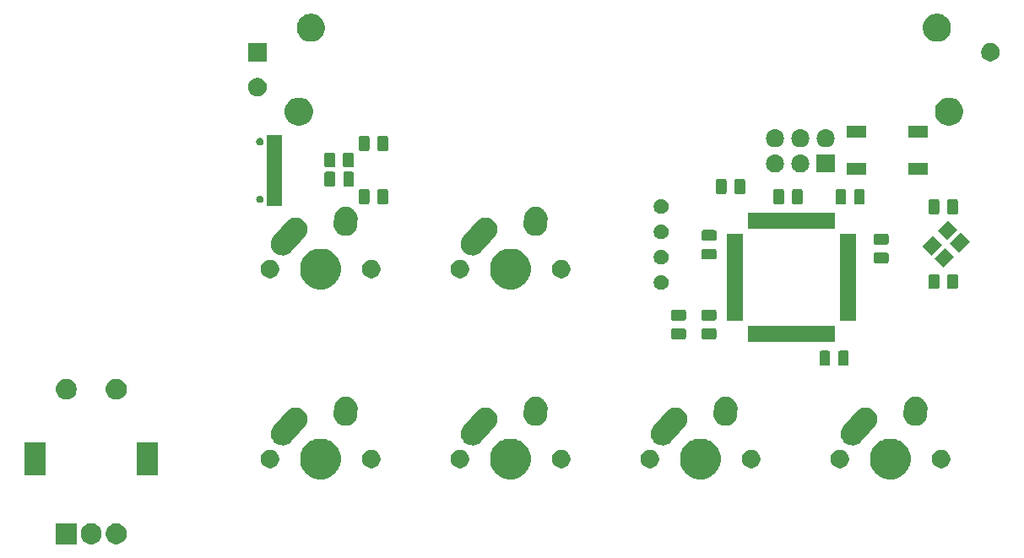
<source format=gbs>
G04 #@! TF.GenerationSoftware,KiCad,Pcbnew,(5.1.4)-1*
G04 #@! TF.CreationDate,2020-09-16T16:25:40+03:00*
G04 #@! TF.ProjectId,MacroBoardPcb,4d616372-6f42-46f6-9172-645063622e6b,rev?*
G04 #@! TF.SameCoordinates,Original*
G04 #@! TF.FileFunction,Soldermask,Bot*
G04 #@! TF.FilePolarity,Negative*
%FSLAX46Y46*%
G04 Gerber Fmt 4.6, Leading zero omitted, Abs format (unit mm)*
G04 Created by KiCad (PCBNEW (5.1.4)-1) date 2020-09-16 16:25:40*
%MOMM*%
%LPD*%
G04 APERTURE LIST*
%ADD10C,0.100000*%
G04 APERTURE END LIST*
D10*
G36*
X99535193Y-119699132D02*
G01*
X97433193Y-119699132D01*
X97433193Y-117597132D01*
X99535193Y-117597132D01*
X99535193Y-119699132D01*
X99535193Y-119699132D01*
G37*
G36*
X101290757Y-117637521D02*
G01*
X101482026Y-117716747D01*
X101482028Y-117716748D01*
X101654166Y-117831767D01*
X101800558Y-117978159D01*
X101915578Y-118150299D01*
X101994804Y-118341568D01*
X102035193Y-118544616D01*
X102035193Y-118751648D01*
X101994804Y-118954696D01*
X101915578Y-119145965D01*
X101915577Y-119145967D01*
X101800558Y-119318105D01*
X101654166Y-119464497D01*
X101482028Y-119579516D01*
X101482027Y-119579517D01*
X101482026Y-119579517D01*
X101290757Y-119658743D01*
X101087709Y-119699132D01*
X100880677Y-119699132D01*
X100677629Y-119658743D01*
X100486360Y-119579517D01*
X100486359Y-119579517D01*
X100486358Y-119579516D01*
X100314220Y-119464497D01*
X100167828Y-119318105D01*
X100052809Y-119145967D01*
X100052808Y-119145965D01*
X99973582Y-118954696D01*
X99933193Y-118751648D01*
X99933193Y-118544616D01*
X99973582Y-118341568D01*
X100052808Y-118150299D01*
X100167828Y-117978159D01*
X100314220Y-117831767D01*
X100486358Y-117716748D01*
X100486360Y-117716747D01*
X100677629Y-117637521D01*
X100880677Y-117597132D01*
X101087709Y-117597132D01*
X101290757Y-117637521D01*
X101290757Y-117637521D01*
G37*
G36*
X103790757Y-117637521D02*
G01*
X103982026Y-117716747D01*
X103982028Y-117716748D01*
X104154166Y-117831767D01*
X104300558Y-117978159D01*
X104415578Y-118150299D01*
X104494804Y-118341568D01*
X104535193Y-118544616D01*
X104535193Y-118751648D01*
X104494804Y-118954696D01*
X104415578Y-119145965D01*
X104415577Y-119145967D01*
X104300558Y-119318105D01*
X104154166Y-119464497D01*
X103982028Y-119579516D01*
X103982027Y-119579517D01*
X103982026Y-119579517D01*
X103790757Y-119658743D01*
X103587709Y-119699132D01*
X103380677Y-119699132D01*
X103177629Y-119658743D01*
X102986360Y-119579517D01*
X102986359Y-119579517D01*
X102986358Y-119579516D01*
X102814220Y-119464497D01*
X102667828Y-119318105D01*
X102552809Y-119145967D01*
X102552808Y-119145965D01*
X102473582Y-118954696D01*
X102433193Y-118751648D01*
X102433193Y-118544616D01*
X102473582Y-118341568D01*
X102552808Y-118150299D01*
X102667828Y-117978159D01*
X102814220Y-117831767D01*
X102986358Y-117716748D01*
X102986360Y-117716747D01*
X103177629Y-117637521D01*
X103380677Y-117597132D01*
X103587709Y-117597132D01*
X103790757Y-117637521D01*
X103790757Y-117637521D01*
G37*
G36*
X162680667Y-109181816D02*
G01*
X162898667Y-109272115D01*
X163052816Y-109335965D01*
X163387741Y-109559755D01*
X163672570Y-109844584D01*
X163896360Y-110179509D01*
X163928755Y-110257718D01*
X164050509Y-110551658D01*
X164129093Y-110946726D01*
X164129093Y-111349538D01*
X164050509Y-111744606D01*
X163999644Y-111867404D01*
X163896360Y-112116755D01*
X163672570Y-112451680D01*
X163387741Y-112736509D01*
X163052816Y-112960299D01*
X162898667Y-113024149D01*
X162680667Y-113114448D01*
X162285599Y-113193032D01*
X161882787Y-113193032D01*
X161487719Y-113114448D01*
X161269719Y-113024149D01*
X161115570Y-112960299D01*
X160780645Y-112736509D01*
X160495816Y-112451680D01*
X160272026Y-112116755D01*
X160168742Y-111867404D01*
X160117877Y-111744606D01*
X160039293Y-111349538D01*
X160039293Y-110946726D01*
X160117877Y-110551658D01*
X160239631Y-110257718D01*
X160272026Y-110179509D01*
X160495816Y-109844584D01*
X160780645Y-109559755D01*
X161115570Y-109335965D01*
X161269719Y-109272115D01*
X161487719Y-109181816D01*
X161882787Y-109103232D01*
X162285599Y-109103232D01*
X162680667Y-109181816D01*
X162680667Y-109181816D01*
G37*
G36*
X124580667Y-109181816D02*
G01*
X124798667Y-109272115D01*
X124952816Y-109335965D01*
X125287741Y-109559755D01*
X125572570Y-109844584D01*
X125796360Y-110179509D01*
X125828755Y-110257718D01*
X125950509Y-110551658D01*
X126029093Y-110946726D01*
X126029093Y-111349538D01*
X125950509Y-111744606D01*
X125899644Y-111867404D01*
X125796360Y-112116755D01*
X125572570Y-112451680D01*
X125287741Y-112736509D01*
X124952816Y-112960299D01*
X124798667Y-113024149D01*
X124580667Y-113114448D01*
X124185599Y-113193032D01*
X123782787Y-113193032D01*
X123387719Y-113114448D01*
X123169719Y-113024149D01*
X123015570Y-112960299D01*
X122680645Y-112736509D01*
X122395816Y-112451680D01*
X122172026Y-112116755D01*
X122068742Y-111867404D01*
X122017877Y-111744606D01*
X121939293Y-111349538D01*
X121939293Y-110946726D01*
X122017877Y-110551658D01*
X122139631Y-110257718D01*
X122172026Y-110179509D01*
X122395816Y-109844584D01*
X122680645Y-109559755D01*
X123015570Y-109335965D01*
X123169719Y-109272115D01*
X123387719Y-109181816D01*
X123782787Y-109103232D01*
X124185599Y-109103232D01*
X124580667Y-109181816D01*
X124580667Y-109181816D01*
G37*
G36*
X181730667Y-109181816D02*
G01*
X181948667Y-109272115D01*
X182102816Y-109335965D01*
X182437741Y-109559755D01*
X182722570Y-109844584D01*
X182946360Y-110179509D01*
X182978755Y-110257718D01*
X183100509Y-110551658D01*
X183179093Y-110946726D01*
X183179093Y-111349538D01*
X183100509Y-111744606D01*
X183049644Y-111867404D01*
X182946360Y-112116755D01*
X182722570Y-112451680D01*
X182437741Y-112736509D01*
X182102816Y-112960299D01*
X181948667Y-113024149D01*
X181730667Y-113114448D01*
X181335599Y-113193032D01*
X180932787Y-113193032D01*
X180537719Y-113114448D01*
X180319719Y-113024149D01*
X180165570Y-112960299D01*
X179830645Y-112736509D01*
X179545816Y-112451680D01*
X179322026Y-112116755D01*
X179218742Y-111867404D01*
X179167877Y-111744606D01*
X179089293Y-111349538D01*
X179089293Y-110946726D01*
X179167877Y-110551658D01*
X179289631Y-110257718D01*
X179322026Y-110179509D01*
X179545816Y-109844584D01*
X179830645Y-109559755D01*
X180165570Y-109335965D01*
X180319719Y-109272115D01*
X180537719Y-109181816D01*
X180932787Y-109103232D01*
X181335599Y-109103232D01*
X181730667Y-109181816D01*
X181730667Y-109181816D01*
G37*
G36*
X143630667Y-109181816D02*
G01*
X143848667Y-109272115D01*
X144002816Y-109335965D01*
X144337741Y-109559755D01*
X144622570Y-109844584D01*
X144846360Y-110179509D01*
X144878755Y-110257718D01*
X145000509Y-110551658D01*
X145079093Y-110946726D01*
X145079093Y-111349538D01*
X145000509Y-111744606D01*
X144949644Y-111867404D01*
X144846360Y-112116755D01*
X144622570Y-112451680D01*
X144337741Y-112736509D01*
X144002816Y-112960299D01*
X143848667Y-113024149D01*
X143630667Y-113114448D01*
X143235599Y-113193032D01*
X142832787Y-113193032D01*
X142437719Y-113114448D01*
X142219719Y-113024149D01*
X142065570Y-112960299D01*
X141730645Y-112736509D01*
X141445816Y-112451680D01*
X141222026Y-112116755D01*
X141118742Y-111867404D01*
X141067877Y-111744606D01*
X140989293Y-111349538D01*
X140989293Y-110946726D01*
X141067877Y-110551658D01*
X141189631Y-110257718D01*
X141222026Y-110179509D01*
X141445816Y-109844584D01*
X141730645Y-109559755D01*
X142065570Y-109335965D01*
X142219719Y-109272115D01*
X142437719Y-109181816D01*
X142832787Y-109103232D01*
X143235599Y-109103232D01*
X143630667Y-109181816D01*
X143630667Y-109181816D01*
G37*
G36*
X107635193Y-112799132D02*
G01*
X105533193Y-112799132D01*
X105533193Y-109497132D01*
X107635193Y-109497132D01*
X107635193Y-112799132D01*
X107635193Y-112799132D01*
G37*
G36*
X96435193Y-112799132D02*
G01*
X94333193Y-112799132D01*
X94333193Y-109497132D01*
X96435193Y-109497132D01*
X96435193Y-112799132D01*
X96435193Y-112799132D01*
G37*
G36*
X119174297Y-110257717D02*
G01*
X119342819Y-110327521D01*
X119494484Y-110428860D01*
X119623465Y-110557841D01*
X119724804Y-110709506D01*
X119794608Y-110878028D01*
X119830193Y-111056929D01*
X119830193Y-111239335D01*
X119794608Y-111418236D01*
X119724804Y-111586758D01*
X119623465Y-111738423D01*
X119494484Y-111867404D01*
X119342819Y-111968743D01*
X119174297Y-112038547D01*
X118995396Y-112074132D01*
X118812990Y-112074132D01*
X118634089Y-112038547D01*
X118465567Y-111968743D01*
X118313902Y-111867404D01*
X118184921Y-111738423D01*
X118083582Y-111586758D01*
X118013778Y-111418236D01*
X117978193Y-111239335D01*
X117978193Y-111056929D01*
X118013778Y-110878028D01*
X118083582Y-110709506D01*
X118184921Y-110557841D01*
X118313902Y-110428860D01*
X118465567Y-110327521D01*
X118634089Y-110257717D01*
X118812990Y-110222132D01*
X118995396Y-110222132D01*
X119174297Y-110257717D01*
X119174297Y-110257717D01*
G37*
G36*
X186484297Y-110257717D02*
G01*
X186652819Y-110327521D01*
X186804484Y-110428860D01*
X186933465Y-110557841D01*
X187034804Y-110709506D01*
X187104608Y-110878028D01*
X187140193Y-111056929D01*
X187140193Y-111239335D01*
X187104608Y-111418236D01*
X187034804Y-111586758D01*
X186933465Y-111738423D01*
X186804484Y-111867404D01*
X186652819Y-111968743D01*
X186484297Y-112038547D01*
X186305396Y-112074132D01*
X186122990Y-112074132D01*
X185944089Y-112038547D01*
X185775567Y-111968743D01*
X185623902Y-111867404D01*
X185494921Y-111738423D01*
X185393582Y-111586758D01*
X185323778Y-111418236D01*
X185288193Y-111239335D01*
X185288193Y-111056929D01*
X185323778Y-110878028D01*
X185393582Y-110709506D01*
X185494921Y-110557841D01*
X185623902Y-110428860D01*
X185775567Y-110327521D01*
X185944089Y-110257717D01*
X186122990Y-110222132D01*
X186305396Y-110222132D01*
X186484297Y-110257717D01*
X186484297Y-110257717D01*
G37*
G36*
X129334297Y-110257717D02*
G01*
X129502819Y-110327521D01*
X129654484Y-110428860D01*
X129783465Y-110557841D01*
X129884804Y-110709506D01*
X129954608Y-110878028D01*
X129990193Y-111056929D01*
X129990193Y-111239335D01*
X129954608Y-111418236D01*
X129884804Y-111586758D01*
X129783465Y-111738423D01*
X129654484Y-111867404D01*
X129502819Y-111968743D01*
X129334297Y-112038547D01*
X129155396Y-112074132D01*
X128972990Y-112074132D01*
X128794089Y-112038547D01*
X128625567Y-111968743D01*
X128473902Y-111867404D01*
X128344921Y-111738423D01*
X128243582Y-111586758D01*
X128173778Y-111418236D01*
X128138193Y-111239335D01*
X128138193Y-111056929D01*
X128173778Y-110878028D01*
X128243582Y-110709506D01*
X128344921Y-110557841D01*
X128473902Y-110428860D01*
X128625567Y-110327521D01*
X128794089Y-110257717D01*
X128972990Y-110222132D01*
X129155396Y-110222132D01*
X129334297Y-110257717D01*
X129334297Y-110257717D01*
G37*
G36*
X138224297Y-110257717D02*
G01*
X138392819Y-110327521D01*
X138544484Y-110428860D01*
X138673465Y-110557841D01*
X138774804Y-110709506D01*
X138844608Y-110878028D01*
X138880193Y-111056929D01*
X138880193Y-111239335D01*
X138844608Y-111418236D01*
X138774804Y-111586758D01*
X138673465Y-111738423D01*
X138544484Y-111867404D01*
X138392819Y-111968743D01*
X138224297Y-112038547D01*
X138045396Y-112074132D01*
X137862990Y-112074132D01*
X137684089Y-112038547D01*
X137515567Y-111968743D01*
X137363902Y-111867404D01*
X137234921Y-111738423D01*
X137133582Y-111586758D01*
X137063778Y-111418236D01*
X137028193Y-111239335D01*
X137028193Y-111056929D01*
X137063778Y-110878028D01*
X137133582Y-110709506D01*
X137234921Y-110557841D01*
X137363902Y-110428860D01*
X137515567Y-110327521D01*
X137684089Y-110257717D01*
X137862990Y-110222132D01*
X138045396Y-110222132D01*
X138224297Y-110257717D01*
X138224297Y-110257717D01*
G37*
G36*
X148384297Y-110257717D02*
G01*
X148552819Y-110327521D01*
X148704484Y-110428860D01*
X148833465Y-110557841D01*
X148934804Y-110709506D01*
X149004608Y-110878028D01*
X149040193Y-111056929D01*
X149040193Y-111239335D01*
X149004608Y-111418236D01*
X148934804Y-111586758D01*
X148833465Y-111738423D01*
X148704484Y-111867404D01*
X148552819Y-111968743D01*
X148384297Y-112038547D01*
X148205396Y-112074132D01*
X148022990Y-112074132D01*
X147844089Y-112038547D01*
X147675567Y-111968743D01*
X147523902Y-111867404D01*
X147394921Y-111738423D01*
X147293582Y-111586758D01*
X147223778Y-111418236D01*
X147188193Y-111239335D01*
X147188193Y-111056929D01*
X147223778Y-110878028D01*
X147293582Y-110709506D01*
X147394921Y-110557841D01*
X147523902Y-110428860D01*
X147675567Y-110327521D01*
X147844089Y-110257717D01*
X148022990Y-110222132D01*
X148205396Y-110222132D01*
X148384297Y-110257717D01*
X148384297Y-110257717D01*
G37*
G36*
X176324297Y-110257717D02*
G01*
X176492819Y-110327521D01*
X176644484Y-110428860D01*
X176773465Y-110557841D01*
X176874804Y-110709506D01*
X176944608Y-110878028D01*
X176980193Y-111056929D01*
X176980193Y-111239335D01*
X176944608Y-111418236D01*
X176874804Y-111586758D01*
X176773465Y-111738423D01*
X176644484Y-111867404D01*
X176492819Y-111968743D01*
X176324297Y-112038547D01*
X176145396Y-112074132D01*
X175962990Y-112074132D01*
X175784089Y-112038547D01*
X175615567Y-111968743D01*
X175463902Y-111867404D01*
X175334921Y-111738423D01*
X175233582Y-111586758D01*
X175163778Y-111418236D01*
X175128193Y-111239335D01*
X175128193Y-111056929D01*
X175163778Y-110878028D01*
X175233582Y-110709506D01*
X175334921Y-110557841D01*
X175463902Y-110428860D01*
X175615567Y-110327521D01*
X175784089Y-110257717D01*
X175962990Y-110222132D01*
X176145396Y-110222132D01*
X176324297Y-110257717D01*
X176324297Y-110257717D01*
G37*
G36*
X157274297Y-110257717D02*
G01*
X157442819Y-110327521D01*
X157594484Y-110428860D01*
X157723465Y-110557841D01*
X157824804Y-110709506D01*
X157894608Y-110878028D01*
X157930193Y-111056929D01*
X157930193Y-111239335D01*
X157894608Y-111418236D01*
X157824804Y-111586758D01*
X157723465Y-111738423D01*
X157594484Y-111867404D01*
X157442819Y-111968743D01*
X157274297Y-112038547D01*
X157095396Y-112074132D01*
X156912990Y-112074132D01*
X156734089Y-112038547D01*
X156565567Y-111968743D01*
X156413902Y-111867404D01*
X156284921Y-111738423D01*
X156183582Y-111586758D01*
X156113778Y-111418236D01*
X156078193Y-111239335D01*
X156078193Y-111056929D01*
X156113778Y-110878028D01*
X156183582Y-110709506D01*
X156284921Y-110557841D01*
X156413902Y-110428860D01*
X156565567Y-110327521D01*
X156734089Y-110257717D01*
X156912990Y-110222132D01*
X157095396Y-110222132D01*
X157274297Y-110257717D01*
X157274297Y-110257717D01*
G37*
G36*
X167434297Y-110257717D02*
G01*
X167602819Y-110327521D01*
X167754484Y-110428860D01*
X167883465Y-110557841D01*
X167984804Y-110709506D01*
X168054608Y-110878028D01*
X168090193Y-111056929D01*
X168090193Y-111239335D01*
X168054608Y-111418236D01*
X167984804Y-111586758D01*
X167883465Y-111738423D01*
X167754484Y-111867404D01*
X167602819Y-111968743D01*
X167434297Y-112038547D01*
X167255396Y-112074132D01*
X167072990Y-112074132D01*
X166894089Y-112038547D01*
X166725567Y-111968743D01*
X166573902Y-111867404D01*
X166444921Y-111738423D01*
X166343582Y-111586758D01*
X166273778Y-111418236D01*
X166238193Y-111239335D01*
X166238193Y-111056929D01*
X166273778Y-110878028D01*
X166343582Y-110709506D01*
X166444921Y-110557841D01*
X166573902Y-110428860D01*
X166725567Y-110327521D01*
X166894089Y-110257717D01*
X167072990Y-110222132D01*
X167255396Y-110222132D01*
X167434297Y-110257717D01*
X167434297Y-110257717D01*
G37*
G36*
X121507398Y-105972013D02*
G01*
X121512838Y-105972132D01*
X121600021Y-105972132D01*
X121616290Y-105975368D01*
X121635149Y-105977647D01*
X121651725Y-105978378D01*
X121736416Y-105999142D01*
X121741711Y-106000316D01*
X121827220Y-106017325D01*
X121842555Y-106023677D01*
X121860594Y-106029587D01*
X121876714Y-106033539D01*
X121955697Y-106070412D01*
X121960687Y-106072609D01*
X122041238Y-106105974D01*
X122055034Y-106115192D01*
X122071586Y-106124514D01*
X122086619Y-106131532D01*
X122156887Y-106183103D01*
X122161385Y-106186254D01*
X122233849Y-106234673D01*
X122245576Y-106246400D01*
X122260002Y-106258780D01*
X122273372Y-106268593D01*
X122273373Y-106268594D01*
X122332214Y-106332865D01*
X122336022Y-106336846D01*
X122397652Y-106398476D01*
X122406867Y-106412267D01*
X122418589Y-106427210D01*
X122429798Y-106439453D01*
X122474992Y-106514006D01*
X122477939Y-106518633D01*
X122526351Y-106591087D01*
X122532698Y-106606409D01*
X122541285Y-106623363D01*
X122549884Y-106637549D01*
X122579671Y-106719500D01*
X122581645Y-106724580D01*
X122615000Y-106805105D01*
X122615000Y-106805106D01*
X122618234Y-106821365D01*
X122623351Y-106839674D01*
X122629018Y-106855266D01*
X122642248Y-106941477D01*
X122643194Y-106946845D01*
X122660193Y-107032305D01*
X122660193Y-107048884D01*
X122661637Y-107067824D01*
X122664156Y-107084236D01*
X122660313Y-107171381D01*
X122660193Y-107176821D01*
X122660193Y-107263957D01*
X122656959Y-107280215D01*
X122654681Y-107299073D01*
X122653949Y-107315663D01*
X122633181Y-107400369D01*
X122632005Y-107405669D01*
X122615000Y-107491159D01*
X122608650Y-107506489D01*
X122602742Y-107524525D01*
X122598788Y-107540652D01*
X122561904Y-107619658D01*
X122559704Y-107624655D01*
X122526351Y-107705177D01*
X122517137Y-107718967D01*
X122507815Y-107735519D01*
X122500795Y-107750556D01*
X122449204Y-107820852D01*
X122446059Y-107825342D01*
X122397654Y-107897786D01*
X122340653Y-107954787D01*
X122336004Y-107959695D01*
X121904504Y-108440602D01*
X121010916Y-109436508D01*
X120882872Y-109553734D01*
X120783823Y-109613778D01*
X120684776Y-109673821D01*
X120467059Y-109752955D01*
X120238088Y-109788093D01*
X120006663Y-109777886D01*
X119781674Y-109722725D01*
X119676920Y-109673821D01*
X119571772Y-109624734D01*
X119475031Y-109553734D01*
X119385016Y-109487671D01*
X119310587Y-109406373D01*
X119228591Y-109316811D01*
X119146757Y-109181817D01*
X119108504Y-109118715D01*
X119029370Y-108900998D01*
X118994232Y-108672027D01*
X119004439Y-108440602D01*
X119059600Y-108215613D01*
X119111165Y-108105160D01*
X119157591Y-108005712D01*
X119157593Y-108005709D01*
X119260307Y-107865754D01*
X120015438Y-107024159D01*
X120546980Y-106431753D01*
X120557874Y-106417721D01*
X120570732Y-106398478D01*
X120627766Y-106341444D01*
X120632416Y-106336535D01*
X120647471Y-106319756D01*
X120668894Y-106300143D01*
X120672875Y-106296335D01*
X120734539Y-106234671D01*
X120748336Y-106225452D01*
X120763295Y-106213717D01*
X120775514Y-106202530D01*
X120807578Y-106183093D01*
X120850023Y-106157363D01*
X120854614Y-106154440D01*
X120927148Y-106105974D01*
X120942493Y-106099618D01*
X120959441Y-106091033D01*
X120973609Y-106082444D01*
X120973610Y-106082444D01*
X120973611Y-106082443D01*
X121055505Y-106052677D01*
X121060603Y-106050695D01*
X121141166Y-106017325D01*
X121157445Y-106014087D01*
X121175735Y-106008976D01*
X121191328Y-106003309D01*
X121277493Y-105990086D01*
X121282856Y-105989141D01*
X121368366Y-105972132D01*
X121384959Y-105972132D01*
X121403902Y-105970687D01*
X121420299Y-105968171D01*
X121507398Y-105972013D01*
X121507398Y-105972013D01*
G37*
G36*
X178657398Y-105972013D02*
G01*
X178662838Y-105972132D01*
X178750021Y-105972132D01*
X178766290Y-105975368D01*
X178785149Y-105977647D01*
X178801725Y-105978378D01*
X178886416Y-105999142D01*
X178891711Y-106000316D01*
X178977220Y-106017325D01*
X178992555Y-106023677D01*
X179010594Y-106029587D01*
X179026714Y-106033539D01*
X179105697Y-106070412D01*
X179110687Y-106072609D01*
X179191238Y-106105974D01*
X179205034Y-106115192D01*
X179221586Y-106124514D01*
X179236619Y-106131532D01*
X179306887Y-106183103D01*
X179311385Y-106186254D01*
X179383849Y-106234673D01*
X179395576Y-106246400D01*
X179410002Y-106258780D01*
X179423372Y-106268593D01*
X179423373Y-106268594D01*
X179482214Y-106332865D01*
X179486022Y-106336846D01*
X179547652Y-106398476D01*
X179556867Y-106412267D01*
X179568589Y-106427210D01*
X179579798Y-106439453D01*
X179624992Y-106514006D01*
X179627939Y-106518633D01*
X179676351Y-106591087D01*
X179682698Y-106606409D01*
X179691285Y-106623363D01*
X179699884Y-106637549D01*
X179729671Y-106719500D01*
X179731645Y-106724580D01*
X179765000Y-106805105D01*
X179765000Y-106805106D01*
X179768234Y-106821365D01*
X179773351Y-106839674D01*
X179779018Y-106855266D01*
X179792248Y-106941477D01*
X179793194Y-106946845D01*
X179810193Y-107032305D01*
X179810193Y-107048884D01*
X179811637Y-107067824D01*
X179814156Y-107084236D01*
X179810313Y-107171381D01*
X179810193Y-107176821D01*
X179810193Y-107263957D01*
X179806959Y-107280215D01*
X179804681Y-107299073D01*
X179803949Y-107315663D01*
X179783181Y-107400369D01*
X179782005Y-107405669D01*
X179765000Y-107491159D01*
X179758650Y-107506489D01*
X179752742Y-107524525D01*
X179748788Y-107540652D01*
X179711904Y-107619658D01*
X179709704Y-107624655D01*
X179676351Y-107705177D01*
X179667137Y-107718967D01*
X179657815Y-107735519D01*
X179650795Y-107750556D01*
X179599204Y-107820852D01*
X179596059Y-107825342D01*
X179547654Y-107897786D01*
X179490653Y-107954787D01*
X179486004Y-107959695D01*
X179054504Y-108440602D01*
X178160916Y-109436508D01*
X178032872Y-109553734D01*
X177933823Y-109613778D01*
X177834776Y-109673821D01*
X177617059Y-109752955D01*
X177388088Y-109788093D01*
X177156663Y-109777886D01*
X176931674Y-109722725D01*
X176826920Y-109673821D01*
X176721772Y-109624734D01*
X176625031Y-109553734D01*
X176535016Y-109487671D01*
X176460587Y-109406373D01*
X176378591Y-109316811D01*
X176296757Y-109181817D01*
X176258504Y-109118715D01*
X176179370Y-108900998D01*
X176144232Y-108672027D01*
X176154439Y-108440602D01*
X176209600Y-108215613D01*
X176261165Y-108105160D01*
X176307591Y-108005712D01*
X176307593Y-108005709D01*
X176410307Y-107865754D01*
X177165438Y-107024159D01*
X177696980Y-106431753D01*
X177707874Y-106417721D01*
X177720732Y-106398478D01*
X177777766Y-106341444D01*
X177782416Y-106336535D01*
X177797471Y-106319756D01*
X177818894Y-106300143D01*
X177822875Y-106296335D01*
X177884539Y-106234671D01*
X177898336Y-106225452D01*
X177913295Y-106213717D01*
X177925514Y-106202530D01*
X177957578Y-106183093D01*
X178000023Y-106157363D01*
X178004614Y-106154440D01*
X178077148Y-106105974D01*
X178092493Y-106099618D01*
X178109441Y-106091033D01*
X178123609Y-106082444D01*
X178123610Y-106082444D01*
X178123611Y-106082443D01*
X178205505Y-106052677D01*
X178210603Y-106050695D01*
X178291166Y-106017325D01*
X178307445Y-106014087D01*
X178325735Y-106008976D01*
X178341328Y-106003309D01*
X178427493Y-105990086D01*
X178432856Y-105989141D01*
X178518366Y-105972132D01*
X178534959Y-105972132D01*
X178553902Y-105970687D01*
X178570299Y-105968171D01*
X178657398Y-105972013D01*
X178657398Y-105972013D01*
G37*
G36*
X159607398Y-105972013D02*
G01*
X159612838Y-105972132D01*
X159700021Y-105972132D01*
X159716290Y-105975368D01*
X159735149Y-105977647D01*
X159751725Y-105978378D01*
X159836416Y-105999142D01*
X159841711Y-106000316D01*
X159927220Y-106017325D01*
X159942555Y-106023677D01*
X159960594Y-106029587D01*
X159976714Y-106033539D01*
X160055697Y-106070412D01*
X160060687Y-106072609D01*
X160141238Y-106105974D01*
X160155034Y-106115192D01*
X160171586Y-106124514D01*
X160186619Y-106131532D01*
X160256887Y-106183103D01*
X160261385Y-106186254D01*
X160333849Y-106234673D01*
X160345576Y-106246400D01*
X160360002Y-106258780D01*
X160373372Y-106268593D01*
X160373373Y-106268594D01*
X160432214Y-106332865D01*
X160436022Y-106336846D01*
X160497652Y-106398476D01*
X160506867Y-106412267D01*
X160518589Y-106427210D01*
X160529798Y-106439453D01*
X160574992Y-106514006D01*
X160577939Y-106518633D01*
X160626351Y-106591087D01*
X160632698Y-106606409D01*
X160641285Y-106623363D01*
X160649884Y-106637549D01*
X160679671Y-106719500D01*
X160681645Y-106724580D01*
X160715000Y-106805105D01*
X160715000Y-106805106D01*
X160718234Y-106821365D01*
X160723351Y-106839674D01*
X160729018Y-106855266D01*
X160742248Y-106941477D01*
X160743194Y-106946845D01*
X160760193Y-107032305D01*
X160760193Y-107048884D01*
X160761637Y-107067824D01*
X160764156Y-107084236D01*
X160760313Y-107171381D01*
X160760193Y-107176821D01*
X160760193Y-107263957D01*
X160756959Y-107280215D01*
X160754681Y-107299073D01*
X160753949Y-107315663D01*
X160733181Y-107400369D01*
X160732005Y-107405669D01*
X160715000Y-107491159D01*
X160708650Y-107506489D01*
X160702742Y-107524525D01*
X160698788Y-107540652D01*
X160661904Y-107619658D01*
X160659704Y-107624655D01*
X160626351Y-107705177D01*
X160617137Y-107718967D01*
X160607815Y-107735519D01*
X160600795Y-107750556D01*
X160549204Y-107820852D01*
X160546059Y-107825342D01*
X160497654Y-107897786D01*
X160440653Y-107954787D01*
X160436004Y-107959695D01*
X160004504Y-108440602D01*
X159110916Y-109436508D01*
X158982872Y-109553734D01*
X158883823Y-109613778D01*
X158784776Y-109673821D01*
X158567059Y-109752955D01*
X158338088Y-109788093D01*
X158106663Y-109777886D01*
X157881674Y-109722725D01*
X157776920Y-109673821D01*
X157671772Y-109624734D01*
X157575031Y-109553734D01*
X157485016Y-109487671D01*
X157410587Y-109406373D01*
X157328591Y-109316811D01*
X157246757Y-109181817D01*
X157208504Y-109118715D01*
X157129370Y-108900998D01*
X157094232Y-108672027D01*
X157104439Y-108440602D01*
X157159600Y-108215613D01*
X157211165Y-108105160D01*
X157257591Y-108005712D01*
X157257593Y-108005709D01*
X157360307Y-107865754D01*
X158115438Y-107024159D01*
X158646980Y-106431753D01*
X158657874Y-106417721D01*
X158670732Y-106398478D01*
X158727766Y-106341444D01*
X158732416Y-106336535D01*
X158747471Y-106319756D01*
X158768894Y-106300143D01*
X158772875Y-106296335D01*
X158834539Y-106234671D01*
X158848336Y-106225452D01*
X158863295Y-106213717D01*
X158875514Y-106202530D01*
X158907578Y-106183093D01*
X158950023Y-106157363D01*
X158954614Y-106154440D01*
X159027148Y-106105974D01*
X159042493Y-106099618D01*
X159059441Y-106091033D01*
X159073609Y-106082444D01*
X159073610Y-106082444D01*
X159073611Y-106082443D01*
X159155505Y-106052677D01*
X159160603Y-106050695D01*
X159241166Y-106017325D01*
X159257445Y-106014087D01*
X159275735Y-106008976D01*
X159291328Y-106003309D01*
X159377493Y-105990086D01*
X159382856Y-105989141D01*
X159468366Y-105972132D01*
X159484959Y-105972132D01*
X159503902Y-105970687D01*
X159520299Y-105968171D01*
X159607398Y-105972013D01*
X159607398Y-105972013D01*
G37*
G36*
X140557398Y-105972013D02*
G01*
X140562838Y-105972132D01*
X140650021Y-105972132D01*
X140666290Y-105975368D01*
X140685149Y-105977647D01*
X140701725Y-105978378D01*
X140786416Y-105999142D01*
X140791711Y-106000316D01*
X140877220Y-106017325D01*
X140892555Y-106023677D01*
X140910594Y-106029587D01*
X140926714Y-106033539D01*
X141005697Y-106070412D01*
X141010687Y-106072609D01*
X141091238Y-106105974D01*
X141105034Y-106115192D01*
X141121586Y-106124514D01*
X141136619Y-106131532D01*
X141206887Y-106183103D01*
X141211385Y-106186254D01*
X141283849Y-106234673D01*
X141295576Y-106246400D01*
X141310002Y-106258780D01*
X141323372Y-106268593D01*
X141323373Y-106268594D01*
X141382214Y-106332865D01*
X141386022Y-106336846D01*
X141447652Y-106398476D01*
X141456867Y-106412267D01*
X141468589Y-106427210D01*
X141479798Y-106439453D01*
X141524992Y-106514006D01*
X141527939Y-106518633D01*
X141576351Y-106591087D01*
X141582698Y-106606409D01*
X141591285Y-106623363D01*
X141599884Y-106637549D01*
X141629671Y-106719500D01*
X141631645Y-106724580D01*
X141665000Y-106805105D01*
X141665000Y-106805106D01*
X141668234Y-106821365D01*
X141673351Y-106839674D01*
X141679018Y-106855266D01*
X141692248Y-106941477D01*
X141693194Y-106946845D01*
X141710193Y-107032305D01*
X141710193Y-107048884D01*
X141711637Y-107067824D01*
X141714156Y-107084236D01*
X141710313Y-107171381D01*
X141710193Y-107176821D01*
X141710193Y-107263957D01*
X141706959Y-107280215D01*
X141704681Y-107299073D01*
X141703949Y-107315663D01*
X141683181Y-107400369D01*
X141682005Y-107405669D01*
X141665000Y-107491159D01*
X141658650Y-107506489D01*
X141652742Y-107524525D01*
X141648788Y-107540652D01*
X141611904Y-107619658D01*
X141609704Y-107624655D01*
X141576351Y-107705177D01*
X141567137Y-107718967D01*
X141557815Y-107735519D01*
X141550795Y-107750556D01*
X141499204Y-107820852D01*
X141496059Y-107825342D01*
X141447654Y-107897786D01*
X141390653Y-107954787D01*
X141386004Y-107959695D01*
X140954504Y-108440602D01*
X140060916Y-109436508D01*
X139932872Y-109553734D01*
X139833823Y-109613778D01*
X139734776Y-109673821D01*
X139517059Y-109752955D01*
X139288088Y-109788093D01*
X139056663Y-109777886D01*
X138831674Y-109722725D01*
X138726920Y-109673821D01*
X138621772Y-109624734D01*
X138525031Y-109553734D01*
X138435016Y-109487671D01*
X138360587Y-109406373D01*
X138278591Y-109316811D01*
X138196757Y-109181817D01*
X138158504Y-109118715D01*
X138079370Y-108900998D01*
X138044232Y-108672027D01*
X138054439Y-108440602D01*
X138109600Y-108215613D01*
X138161165Y-108105160D01*
X138207591Y-108005712D01*
X138207593Y-108005709D01*
X138310307Y-107865754D01*
X139065438Y-107024159D01*
X139596980Y-106431753D01*
X139607874Y-106417721D01*
X139620732Y-106398478D01*
X139677766Y-106341444D01*
X139682416Y-106336535D01*
X139697471Y-106319756D01*
X139718894Y-106300143D01*
X139722875Y-106296335D01*
X139784539Y-106234671D01*
X139798336Y-106225452D01*
X139813295Y-106213717D01*
X139825514Y-106202530D01*
X139857578Y-106183093D01*
X139900023Y-106157363D01*
X139904614Y-106154440D01*
X139977148Y-106105974D01*
X139992493Y-106099618D01*
X140009441Y-106091033D01*
X140023609Y-106082444D01*
X140023610Y-106082444D01*
X140023611Y-106082443D01*
X140105505Y-106052677D01*
X140110603Y-106050695D01*
X140191166Y-106017325D01*
X140207445Y-106014087D01*
X140225735Y-106008976D01*
X140241328Y-106003309D01*
X140327493Y-105990086D01*
X140332856Y-105989141D01*
X140418366Y-105972132D01*
X140434959Y-105972132D01*
X140453902Y-105970687D01*
X140470299Y-105968171D01*
X140557398Y-105972013D01*
X140557398Y-105972013D01*
G37*
G36*
X164712320Y-104890393D02*
G01*
X164733093Y-104892132D01*
X164740020Y-104892132D01*
X164834947Y-104911014D01*
X164838541Y-104911674D01*
X164933923Y-104927756D01*
X164940396Y-104930217D01*
X164960421Y-104935973D01*
X164967220Y-104937325D01*
X165029607Y-104963166D01*
X165056636Y-104974362D01*
X165060037Y-104975713D01*
X165150448Y-105010093D01*
X165156320Y-105013772D01*
X165174829Y-105023319D01*
X165181238Y-105025974D01*
X165261756Y-105079774D01*
X165264747Y-105081710D01*
X165346750Y-105133091D01*
X165351777Y-105137832D01*
X165368089Y-105150823D01*
X165373845Y-105154669D01*
X165442303Y-105223127D01*
X165444882Y-105225631D01*
X165515283Y-105292021D01*
X165519288Y-105297651D01*
X165532752Y-105313576D01*
X165537652Y-105318476D01*
X165591437Y-105398971D01*
X165593484Y-105401939D01*
X165649573Y-105480777D01*
X165652407Y-105487090D01*
X165662501Y-105505325D01*
X165666351Y-105511087D01*
X165703413Y-105600562D01*
X165704817Y-105603817D01*
X165744458Y-105692105D01*
X165746008Y-105698857D01*
X165752345Y-105718694D01*
X165755000Y-105725105D01*
X165773885Y-105820049D01*
X165774631Y-105823533D01*
X165796291Y-105917883D01*
X165796291Y-105917886D01*
X165796493Y-105924786D01*
X165798840Y-105945502D01*
X165800193Y-105952306D01*
X165800193Y-106049118D01*
X165800246Y-106052716D01*
X165801381Y-106091409D01*
X165800488Y-106104357D01*
X165800193Y-106112929D01*
X165800193Y-106183958D01*
X165794274Y-106213717D01*
X165793797Y-106216111D01*
X165791693Y-106231882D01*
X165753431Y-106786677D01*
X165724569Y-106957862D01*
X165642231Y-107174387D01*
X165519234Y-107370689D01*
X165360304Y-107539222D01*
X165171548Y-107673512D01*
X164960220Y-107768397D01*
X164734442Y-107820230D01*
X164502891Y-107827021D01*
X164502890Y-107827021D01*
X164457205Y-107819318D01*
X164274463Y-107788508D01*
X164057938Y-107706170D01*
X163861636Y-107583173D01*
X163693103Y-107424243D01*
X163558813Y-107235487D01*
X163463928Y-107024159D01*
X163412095Y-106798381D01*
X163407005Y-106624855D01*
X163447897Y-106031926D01*
X163448193Y-106023328D01*
X163448193Y-105952307D01*
X163467075Y-105857382D01*
X163467737Y-105853777D01*
X163473424Y-105820049D01*
X163483817Y-105758402D01*
X163486278Y-105751931D01*
X163492035Y-105731899D01*
X163493386Y-105725106D01*
X163496036Y-105718708D01*
X163530457Y-105635608D01*
X163531746Y-105632362D01*
X163566155Y-105541877D01*
X163569829Y-105536013D01*
X163579380Y-105517497D01*
X163582035Y-105511087D01*
X163635850Y-105430547D01*
X163637770Y-105427581D01*
X163689152Y-105345575D01*
X163693904Y-105340536D01*
X163706882Y-105324239D01*
X163710730Y-105318480D01*
X163779186Y-105250024D01*
X163781739Y-105247394D01*
X163802216Y-105225680D01*
X163848082Y-105177042D01*
X163853714Y-105173035D01*
X163869640Y-105159570D01*
X163874539Y-105154671D01*
X163955017Y-105100898D01*
X163957999Y-105098842D01*
X164036838Y-105042752D01*
X164043148Y-105039919D01*
X164061387Y-105029823D01*
X164067144Y-105025976D01*
X164067147Y-105025975D01*
X164067148Y-105025974D01*
X164156622Y-104988913D01*
X164159880Y-104987507D01*
X164248166Y-104947867D01*
X164254918Y-104946317D01*
X164274755Y-104939980D01*
X164281166Y-104937325D01*
X164376092Y-104918443D01*
X164379639Y-104917683D01*
X164473944Y-104896033D01*
X164476323Y-104895963D01*
X164480858Y-104895830D01*
X164501574Y-104893483D01*
X164508367Y-104892132D01*
X164605152Y-104892132D01*
X164608777Y-104892079D01*
X164705495Y-104889242D01*
X164712320Y-104890393D01*
X164712320Y-104890393D01*
G37*
G36*
X183762320Y-104890393D02*
G01*
X183783093Y-104892132D01*
X183790020Y-104892132D01*
X183884947Y-104911014D01*
X183888541Y-104911674D01*
X183983923Y-104927756D01*
X183990396Y-104930217D01*
X184010421Y-104935973D01*
X184017220Y-104937325D01*
X184079607Y-104963166D01*
X184106636Y-104974362D01*
X184110037Y-104975713D01*
X184200448Y-105010093D01*
X184206320Y-105013772D01*
X184224829Y-105023319D01*
X184231238Y-105025974D01*
X184311756Y-105079774D01*
X184314747Y-105081710D01*
X184396750Y-105133091D01*
X184401777Y-105137832D01*
X184418089Y-105150823D01*
X184423845Y-105154669D01*
X184492303Y-105223127D01*
X184494882Y-105225631D01*
X184565283Y-105292021D01*
X184569288Y-105297651D01*
X184582752Y-105313576D01*
X184587652Y-105318476D01*
X184641437Y-105398971D01*
X184643484Y-105401939D01*
X184699573Y-105480777D01*
X184702407Y-105487090D01*
X184712501Y-105505325D01*
X184716351Y-105511087D01*
X184753413Y-105600562D01*
X184754817Y-105603817D01*
X184794458Y-105692105D01*
X184796008Y-105698857D01*
X184802345Y-105718694D01*
X184805000Y-105725105D01*
X184823885Y-105820049D01*
X184824631Y-105823533D01*
X184846291Y-105917883D01*
X184846291Y-105917886D01*
X184846493Y-105924786D01*
X184848840Y-105945502D01*
X184850193Y-105952306D01*
X184850193Y-106049118D01*
X184850246Y-106052716D01*
X184851381Y-106091409D01*
X184850488Y-106104357D01*
X184850193Y-106112929D01*
X184850193Y-106183958D01*
X184844274Y-106213717D01*
X184843797Y-106216111D01*
X184841693Y-106231882D01*
X184803431Y-106786677D01*
X184774569Y-106957862D01*
X184692231Y-107174387D01*
X184569234Y-107370689D01*
X184410304Y-107539222D01*
X184221548Y-107673512D01*
X184010220Y-107768397D01*
X183784442Y-107820230D01*
X183552891Y-107827021D01*
X183552890Y-107827021D01*
X183507205Y-107819318D01*
X183324463Y-107788508D01*
X183107938Y-107706170D01*
X182911636Y-107583173D01*
X182743103Y-107424243D01*
X182608813Y-107235487D01*
X182513928Y-107024159D01*
X182462095Y-106798381D01*
X182457005Y-106624855D01*
X182497897Y-106031926D01*
X182498193Y-106023328D01*
X182498193Y-105952307D01*
X182517075Y-105857382D01*
X182517737Y-105853777D01*
X182523424Y-105820049D01*
X182533817Y-105758402D01*
X182536278Y-105751931D01*
X182542035Y-105731899D01*
X182543386Y-105725106D01*
X182546036Y-105718708D01*
X182580457Y-105635608D01*
X182581746Y-105632362D01*
X182616155Y-105541877D01*
X182619829Y-105536013D01*
X182629380Y-105517497D01*
X182632035Y-105511087D01*
X182685850Y-105430547D01*
X182687770Y-105427581D01*
X182739152Y-105345575D01*
X182743904Y-105340536D01*
X182756882Y-105324239D01*
X182760730Y-105318480D01*
X182829186Y-105250024D01*
X182831739Y-105247394D01*
X182852216Y-105225680D01*
X182898082Y-105177042D01*
X182903714Y-105173035D01*
X182919640Y-105159570D01*
X182924539Y-105154671D01*
X183005017Y-105100898D01*
X183007999Y-105098842D01*
X183086838Y-105042752D01*
X183093148Y-105039919D01*
X183111387Y-105029823D01*
X183117144Y-105025976D01*
X183117147Y-105025975D01*
X183117148Y-105025974D01*
X183206622Y-104988913D01*
X183209880Y-104987507D01*
X183298166Y-104947867D01*
X183304918Y-104946317D01*
X183324755Y-104939980D01*
X183331166Y-104937325D01*
X183426092Y-104918443D01*
X183429639Y-104917683D01*
X183523944Y-104896033D01*
X183526323Y-104895963D01*
X183530858Y-104895830D01*
X183551574Y-104893483D01*
X183558367Y-104892132D01*
X183655152Y-104892132D01*
X183658777Y-104892079D01*
X183755495Y-104889242D01*
X183762320Y-104890393D01*
X183762320Y-104890393D01*
G37*
G36*
X145662320Y-104890393D02*
G01*
X145683093Y-104892132D01*
X145690020Y-104892132D01*
X145784947Y-104911014D01*
X145788541Y-104911674D01*
X145883923Y-104927756D01*
X145890396Y-104930217D01*
X145910421Y-104935973D01*
X145917220Y-104937325D01*
X145979607Y-104963166D01*
X146006636Y-104974362D01*
X146010037Y-104975713D01*
X146100448Y-105010093D01*
X146106320Y-105013772D01*
X146124829Y-105023319D01*
X146131238Y-105025974D01*
X146211756Y-105079774D01*
X146214747Y-105081710D01*
X146296750Y-105133091D01*
X146301777Y-105137832D01*
X146318089Y-105150823D01*
X146323845Y-105154669D01*
X146392303Y-105223127D01*
X146394882Y-105225631D01*
X146465283Y-105292021D01*
X146469288Y-105297651D01*
X146482752Y-105313576D01*
X146487652Y-105318476D01*
X146541437Y-105398971D01*
X146543484Y-105401939D01*
X146599573Y-105480777D01*
X146602407Y-105487090D01*
X146612501Y-105505325D01*
X146616351Y-105511087D01*
X146653413Y-105600562D01*
X146654817Y-105603817D01*
X146694458Y-105692105D01*
X146696008Y-105698857D01*
X146702345Y-105718694D01*
X146705000Y-105725105D01*
X146723885Y-105820049D01*
X146724631Y-105823533D01*
X146746291Y-105917883D01*
X146746291Y-105917886D01*
X146746493Y-105924786D01*
X146748840Y-105945502D01*
X146750193Y-105952306D01*
X146750193Y-106049118D01*
X146750246Y-106052716D01*
X146751381Y-106091409D01*
X146750488Y-106104357D01*
X146750193Y-106112929D01*
X146750193Y-106183958D01*
X146744274Y-106213717D01*
X146743797Y-106216111D01*
X146741693Y-106231882D01*
X146703431Y-106786677D01*
X146674569Y-106957862D01*
X146592231Y-107174387D01*
X146469234Y-107370689D01*
X146310304Y-107539222D01*
X146121548Y-107673512D01*
X145910220Y-107768397D01*
X145684442Y-107820230D01*
X145452891Y-107827021D01*
X145452890Y-107827021D01*
X145407205Y-107819318D01*
X145224463Y-107788508D01*
X145007938Y-107706170D01*
X144811636Y-107583173D01*
X144643103Y-107424243D01*
X144508813Y-107235487D01*
X144413928Y-107024159D01*
X144362095Y-106798381D01*
X144357005Y-106624855D01*
X144397897Y-106031926D01*
X144398193Y-106023328D01*
X144398193Y-105952307D01*
X144417075Y-105857382D01*
X144417737Y-105853777D01*
X144423424Y-105820049D01*
X144433817Y-105758402D01*
X144436278Y-105751931D01*
X144442035Y-105731899D01*
X144443386Y-105725106D01*
X144446036Y-105718708D01*
X144480457Y-105635608D01*
X144481746Y-105632362D01*
X144516155Y-105541877D01*
X144519829Y-105536013D01*
X144529380Y-105517497D01*
X144532035Y-105511087D01*
X144585850Y-105430547D01*
X144587770Y-105427581D01*
X144639152Y-105345575D01*
X144643904Y-105340536D01*
X144656882Y-105324239D01*
X144660730Y-105318480D01*
X144729186Y-105250024D01*
X144731739Y-105247394D01*
X144752216Y-105225680D01*
X144798082Y-105177042D01*
X144803714Y-105173035D01*
X144819640Y-105159570D01*
X144824539Y-105154671D01*
X144905017Y-105100898D01*
X144907999Y-105098842D01*
X144986838Y-105042752D01*
X144993148Y-105039919D01*
X145011387Y-105029823D01*
X145017144Y-105025976D01*
X145017147Y-105025975D01*
X145017148Y-105025974D01*
X145106622Y-104988913D01*
X145109880Y-104987507D01*
X145198166Y-104947867D01*
X145204918Y-104946317D01*
X145224755Y-104939980D01*
X145231166Y-104937325D01*
X145326092Y-104918443D01*
X145329639Y-104917683D01*
X145423944Y-104896033D01*
X145426323Y-104895963D01*
X145430858Y-104895830D01*
X145451574Y-104893483D01*
X145458367Y-104892132D01*
X145555152Y-104892132D01*
X145558777Y-104892079D01*
X145655495Y-104889242D01*
X145662320Y-104890393D01*
X145662320Y-104890393D01*
G37*
G36*
X126612320Y-104890393D02*
G01*
X126633093Y-104892132D01*
X126640020Y-104892132D01*
X126734947Y-104911014D01*
X126738541Y-104911674D01*
X126833923Y-104927756D01*
X126840396Y-104930217D01*
X126860421Y-104935973D01*
X126867220Y-104937325D01*
X126929607Y-104963166D01*
X126956636Y-104974362D01*
X126960037Y-104975713D01*
X127050448Y-105010093D01*
X127056320Y-105013772D01*
X127074829Y-105023319D01*
X127081238Y-105025974D01*
X127161756Y-105079774D01*
X127164747Y-105081710D01*
X127246750Y-105133091D01*
X127251777Y-105137832D01*
X127268089Y-105150823D01*
X127273845Y-105154669D01*
X127342303Y-105223127D01*
X127344882Y-105225631D01*
X127415283Y-105292021D01*
X127419288Y-105297651D01*
X127432752Y-105313576D01*
X127437652Y-105318476D01*
X127491437Y-105398971D01*
X127493484Y-105401939D01*
X127549573Y-105480777D01*
X127552407Y-105487090D01*
X127562501Y-105505325D01*
X127566351Y-105511087D01*
X127603413Y-105600562D01*
X127604817Y-105603817D01*
X127644458Y-105692105D01*
X127646008Y-105698857D01*
X127652345Y-105718694D01*
X127655000Y-105725105D01*
X127673885Y-105820049D01*
X127674631Y-105823533D01*
X127696291Y-105917883D01*
X127696291Y-105917886D01*
X127696493Y-105924786D01*
X127698840Y-105945502D01*
X127700193Y-105952306D01*
X127700193Y-106049118D01*
X127700246Y-106052716D01*
X127701381Y-106091409D01*
X127700488Y-106104357D01*
X127700193Y-106112929D01*
X127700193Y-106183958D01*
X127694274Y-106213717D01*
X127693797Y-106216111D01*
X127691693Y-106231882D01*
X127653431Y-106786677D01*
X127624569Y-106957862D01*
X127542231Y-107174387D01*
X127419234Y-107370689D01*
X127260304Y-107539222D01*
X127071548Y-107673512D01*
X126860220Y-107768397D01*
X126634442Y-107820230D01*
X126402891Y-107827021D01*
X126402890Y-107827021D01*
X126357205Y-107819318D01*
X126174463Y-107788508D01*
X125957938Y-107706170D01*
X125761636Y-107583173D01*
X125593103Y-107424243D01*
X125458813Y-107235487D01*
X125363928Y-107024159D01*
X125312095Y-106798381D01*
X125307005Y-106624855D01*
X125347897Y-106031926D01*
X125348193Y-106023328D01*
X125348193Y-105952307D01*
X125367075Y-105857382D01*
X125367737Y-105853777D01*
X125373424Y-105820049D01*
X125383817Y-105758402D01*
X125386278Y-105751931D01*
X125392035Y-105731899D01*
X125393386Y-105725106D01*
X125396036Y-105718708D01*
X125430457Y-105635608D01*
X125431746Y-105632362D01*
X125466155Y-105541877D01*
X125469829Y-105536013D01*
X125479380Y-105517497D01*
X125482035Y-105511087D01*
X125535850Y-105430547D01*
X125537770Y-105427581D01*
X125589152Y-105345575D01*
X125593904Y-105340536D01*
X125606882Y-105324239D01*
X125610730Y-105318480D01*
X125679186Y-105250024D01*
X125681739Y-105247394D01*
X125702216Y-105225680D01*
X125748082Y-105177042D01*
X125753714Y-105173035D01*
X125769640Y-105159570D01*
X125774539Y-105154671D01*
X125855017Y-105100898D01*
X125857999Y-105098842D01*
X125936838Y-105042752D01*
X125943148Y-105039919D01*
X125961387Y-105029823D01*
X125967144Y-105025976D01*
X125967147Y-105025975D01*
X125967148Y-105025974D01*
X126056622Y-104988913D01*
X126059880Y-104987507D01*
X126148166Y-104947867D01*
X126154918Y-104946317D01*
X126174755Y-104939980D01*
X126181166Y-104937325D01*
X126276092Y-104918443D01*
X126279639Y-104917683D01*
X126373944Y-104896033D01*
X126376323Y-104895963D01*
X126380858Y-104895830D01*
X126401574Y-104893483D01*
X126408367Y-104892132D01*
X126505152Y-104892132D01*
X126508777Y-104892079D01*
X126605495Y-104889242D01*
X126612320Y-104890393D01*
X126612320Y-104890393D01*
G37*
G36*
X103790757Y-103137521D02*
G01*
X103982026Y-103216747D01*
X103982028Y-103216748D01*
X104154166Y-103331767D01*
X104300558Y-103478159D01*
X104415578Y-103650299D01*
X104494804Y-103841568D01*
X104535193Y-104044616D01*
X104535193Y-104251648D01*
X104494804Y-104454696D01*
X104415578Y-104645965D01*
X104415577Y-104645967D01*
X104300558Y-104818105D01*
X104154166Y-104964497D01*
X103982028Y-105079516D01*
X103982027Y-105079517D01*
X103982026Y-105079517D01*
X103790757Y-105158743D01*
X103587709Y-105199132D01*
X103380677Y-105199132D01*
X103177629Y-105158743D01*
X102986360Y-105079517D01*
X102986359Y-105079517D01*
X102986358Y-105079516D01*
X102814220Y-104964497D01*
X102667828Y-104818105D01*
X102552809Y-104645967D01*
X102552808Y-104645965D01*
X102473582Y-104454696D01*
X102433193Y-104251648D01*
X102433193Y-104044616D01*
X102473582Y-103841568D01*
X102552808Y-103650299D01*
X102667828Y-103478159D01*
X102814220Y-103331767D01*
X102986358Y-103216748D01*
X102986360Y-103216747D01*
X103177629Y-103137521D01*
X103380677Y-103097132D01*
X103587709Y-103097132D01*
X103790757Y-103137521D01*
X103790757Y-103137521D01*
G37*
G36*
X98790757Y-103137521D02*
G01*
X98982026Y-103216747D01*
X98982028Y-103216748D01*
X99154166Y-103331767D01*
X99300558Y-103478159D01*
X99415578Y-103650299D01*
X99494804Y-103841568D01*
X99535193Y-104044616D01*
X99535193Y-104251648D01*
X99494804Y-104454696D01*
X99415578Y-104645965D01*
X99415577Y-104645967D01*
X99300558Y-104818105D01*
X99154166Y-104964497D01*
X98982028Y-105079516D01*
X98982027Y-105079517D01*
X98982026Y-105079517D01*
X98790757Y-105158743D01*
X98587709Y-105199132D01*
X98380677Y-105199132D01*
X98177629Y-105158743D01*
X97986360Y-105079517D01*
X97986359Y-105079517D01*
X97986358Y-105079516D01*
X97814220Y-104964497D01*
X97667828Y-104818105D01*
X97552809Y-104645967D01*
X97552808Y-104645965D01*
X97473582Y-104454696D01*
X97433193Y-104251648D01*
X97433193Y-104044616D01*
X97473582Y-103841568D01*
X97552808Y-103650299D01*
X97667828Y-103478159D01*
X97814220Y-103331767D01*
X97986358Y-103216748D01*
X97986360Y-103216747D01*
X98177629Y-103137521D01*
X98380677Y-103097132D01*
X98587709Y-103097132D01*
X98790757Y-103137521D01*
X98790757Y-103137521D01*
G37*
G36*
X176799468Y-100293565D02*
G01*
X176838138Y-100305296D01*
X176873777Y-100324346D01*
X176905017Y-100349983D01*
X176930654Y-100381223D01*
X176949704Y-100416862D01*
X176961435Y-100455532D01*
X176966000Y-100501888D01*
X176966000Y-101578112D01*
X176961435Y-101624468D01*
X176949704Y-101663138D01*
X176930654Y-101698777D01*
X176905017Y-101730017D01*
X176873777Y-101755654D01*
X176838138Y-101774704D01*
X176799468Y-101786435D01*
X176753112Y-101791000D01*
X176101888Y-101791000D01*
X176055532Y-101786435D01*
X176016862Y-101774704D01*
X175981223Y-101755654D01*
X175949983Y-101730017D01*
X175924346Y-101698777D01*
X175905296Y-101663138D01*
X175893565Y-101624468D01*
X175889000Y-101578112D01*
X175889000Y-100501888D01*
X175893565Y-100455532D01*
X175905296Y-100416862D01*
X175924346Y-100381223D01*
X175949983Y-100349983D01*
X175981223Y-100324346D01*
X176016862Y-100305296D01*
X176055532Y-100293565D01*
X176101888Y-100289000D01*
X176753112Y-100289000D01*
X176799468Y-100293565D01*
X176799468Y-100293565D01*
G37*
G36*
X174924468Y-100293565D02*
G01*
X174963138Y-100305296D01*
X174998777Y-100324346D01*
X175030017Y-100349983D01*
X175055654Y-100381223D01*
X175074704Y-100416862D01*
X175086435Y-100455532D01*
X175091000Y-100501888D01*
X175091000Y-101578112D01*
X175086435Y-101624468D01*
X175074704Y-101663138D01*
X175055654Y-101698777D01*
X175030017Y-101730017D01*
X174998777Y-101755654D01*
X174963138Y-101774704D01*
X174924468Y-101786435D01*
X174878112Y-101791000D01*
X174226888Y-101791000D01*
X174180532Y-101786435D01*
X174141862Y-101774704D01*
X174106223Y-101755654D01*
X174074983Y-101730017D01*
X174049346Y-101698777D01*
X174030296Y-101663138D01*
X174018565Y-101624468D01*
X174014000Y-101578112D01*
X174014000Y-100501888D01*
X174018565Y-100455532D01*
X174030296Y-100416862D01*
X174049346Y-100381223D01*
X174074983Y-100349983D01*
X174106223Y-100324346D01*
X174141862Y-100305296D01*
X174180532Y-100293565D01*
X174226888Y-100289000D01*
X174878112Y-100289000D01*
X174924468Y-100293565D01*
X174924468Y-100293565D01*
G37*
G36*
X175536000Y-99431000D02*
G01*
X166884000Y-99431000D01*
X166884000Y-97829000D01*
X175536000Y-97829000D01*
X175536000Y-99431000D01*
X175536000Y-99431000D01*
G37*
G36*
X160477468Y-98066565D02*
G01*
X160516138Y-98078296D01*
X160551777Y-98097346D01*
X160583017Y-98122983D01*
X160608654Y-98154223D01*
X160627704Y-98189862D01*
X160639435Y-98228532D01*
X160644000Y-98274888D01*
X160644000Y-98926112D01*
X160639435Y-98972468D01*
X160627704Y-99011138D01*
X160608654Y-99046777D01*
X160583017Y-99078017D01*
X160551777Y-99103654D01*
X160516138Y-99122704D01*
X160477468Y-99134435D01*
X160431112Y-99139000D01*
X159354888Y-99139000D01*
X159308532Y-99134435D01*
X159269862Y-99122704D01*
X159234223Y-99103654D01*
X159202983Y-99078017D01*
X159177346Y-99046777D01*
X159158296Y-99011138D01*
X159146565Y-98972468D01*
X159142000Y-98926112D01*
X159142000Y-98274888D01*
X159146565Y-98228532D01*
X159158296Y-98189862D01*
X159177346Y-98154223D01*
X159202983Y-98122983D01*
X159234223Y-98097346D01*
X159269862Y-98078296D01*
X159308532Y-98066565D01*
X159354888Y-98062000D01*
X160431112Y-98062000D01*
X160477468Y-98066565D01*
X160477468Y-98066565D01*
G37*
G36*
X163525468Y-98063565D02*
G01*
X163564138Y-98075296D01*
X163599777Y-98094346D01*
X163631017Y-98119983D01*
X163656654Y-98151223D01*
X163675704Y-98186862D01*
X163687435Y-98225532D01*
X163692000Y-98271888D01*
X163692000Y-98923112D01*
X163687435Y-98969468D01*
X163675704Y-99008138D01*
X163656654Y-99043777D01*
X163631017Y-99075017D01*
X163599777Y-99100654D01*
X163564138Y-99119704D01*
X163525468Y-99131435D01*
X163479112Y-99136000D01*
X162402888Y-99136000D01*
X162356532Y-99131435D01*
X162317862Y-99119704D01*
X162282223Y-99100654D01*
X162250983Y-99075017D01*
X162225346Y-99043777D01*
X162206296Y-99008138D01*
X162194565Y-98969468D01*
X162190000Y-98923112D01*
X162190000Y-98271888D01*
X162194565Y-98225532D01*
X162206296Y-98186862D01*
X162225346Y-98151223D01*
X162250983Y-98119983D01*
X162282223Y-98094346D01*
X162317862Y-98075296D01*
X162356532Y-98063565D01*
X162402888Y-98059000D01*
X163479112Y-98059000D01*
X163525468Y-98063565D01*
X163525468Y-98063565D01*
G37*
G36*
X160477468Y-96191565D02*
G01*
X160516138Y-96203296D01*
X160551777Y-96222346D01*
X160583017Y-96247983D01*
X160608654Y-96279223D01*
X160627704Y-96314862D01*
X160639435Y-96353532D01*
X160644000Y-96399888D01*
X160644000Y-97051112D01*
X160639435Y-97097468D01*
X160627704Y-97136138D01*
X160608654Y-97171777D01*
X160583017Y-97203017D01*
X160551777Y-97228654D01*
X160516138Y-97247704D01*
X160477468Y-97259435D01*
X160431112Y-97264000D01*
X159354888Y-97264000D01*
X159308532Y-97259435D01*
X159269862Y-97247704D01*
X159234223Y-97228654D01*
X159202983Y-97203017D01*
X159177346Y-97171777D01*
X159158296Y-97136138D01*
X159146565Y-97097468D01*
X159142000Y-97051112D01*
X159142000Y-96399888D01*
X159146565Y-96353532D01*
X159158296Y-96314862D01*
X159177346Y-96279223D01*
X159202983Y-96247983D01*
X159234223Y-96222346D01*
X159269862Y-96203296D01*
X159308532Y-96191565D01*
X159354888Y-96187000D01*
X160431112Y-96187000D01*
X160477468Y-96191565D01*
X160477468Y-96191565D01*
G37*
G36*
X163525468Y-96188565D02*
G01*
X163564138Y-96200296D01*
X163599777Y-96219346D01*
X163631017Y-96244983D01*
X163656654Y-96276223D01*
X163675704Y-96311862D01*
X163687435Y-96350532D01*
X163692000Y-96396888D01*
X163692000Y-97048112D01*
X163687435Y-97094468D01*
X163675704Y-97133138D01*
X163656654Y-97168777D01*
X163631017Y-97200017D01*
X163599777Y-97225654D01*
X163564138Y-97244704D01*
X163525468Y-97256435D01*
X163479112Y-97261000D01*
X162402888Y-97261000D01*
X162356532Y-97256435D01*
X162317862Y-97244704D01*
X162282223Y-97225654D01*
X162250983Y-97200017D01*
X162225346Y-97168777D01*
X162206296Y-97133138D01*
X162194565Y-97094468D01*
X162190000Y-97048112D01*
X162190000Y-96396888D01*
X162194565Y-96350532D01*
X162206296Y-96311862D01*
X162225346Y-96276223D01*
X162250983Y-96244983D01*
X162282223Y-96219346D01*
X162317862Y-96200296D01*
X162356532Y-96188565D01*
X162402888Y-96184000D01*
X163479112Y-96184000D01*
X163525468Y-96188565D01*
X163525468Y-96188565D01*
G37*
G36*
X166311000Y-97256000D02*
G01*
X164709000Y-97256000D01*
X164709000Y-88604000D01*
X166311000Y-88604000D01*
X166311000Y-97256000D01*
X166311000Y-97256000D01*
G37*
G36*
X177711000Y-97256000D02*
G01*
X176109000Y-97256000D01*
X176109000Y-88604000D01*
X177711000Y-88604000D01*
X177711000Y-97256000D01*
X177711000Y-97256000D01*
G37*
G36*
X158228618Y-92687731D02*
G01*
X158352814Y-92712434D01*
X158489215Y-92768933D01*
X158611972Y-92850957D01*
X158716368Y-92955353D01*
X158798392Y-93078110D01*
X158854891Y-93214511D01*
X158883693Y-93359313D01*
X158883693Y-93506951D01*
X158854891Y-93651753D01*
X158798392Y-93788154D01*
X158716368Y-93910911D01*
X158611972Y-94015307D01*
X158489215Y-94097331D01*
X158352814Y-94153830D01*
X158228618Y-94178533D01*
X158208013Y-94182632D01*
X158060373Y-94182632D01*
X158039768Y-94178533D01*
X157915572Y-94153830D01*
X157779171Y-94097331D01*
X157656414Y-94015307D01*
X157552018Y-93910911D01*
X157469994Y-93788154D01*
X157413495Y-93651753D01*
X157384693Y-93506951D01*
X157384693Y-93359313D01*
X157413495Y-93214511D01*
X157469994Y-93078110D01*
X157552018Y-92955353D01*
X157656414Y-92850957D01*
X157779171Y-92768933D01*
X157915572Y-92712434D01*
X158039768Y-92687731D01*
X158060373Y-92683632D01*
X158208013Y-92683632D01*
X158228618Y-92687731D01*
X158228618Y-92687731D01*
G37*
G36*
X124580667Y-90131816D02*
G01*
X124754934Y-90204000D01*
X124952816Y-90285965D01*
X125287741Y-90509755D01*
X125572570Y-90794584D01*
X125796360Y-91129509D01*
X125828755Y-91207718D01*
X125950509Y-91501658D01*
X126029093Y-91896726D01*
X126029093Y-92299538D01*
X125950509Y-92694606D01*
X125899644Y-92817404D01*
X125796360Y-93066755D01*
X125572570Y-93401680D01*
X125287741Y-93686509D01*
X124952816Y-93910299D01*
X124813180Y-93968138D01*
X124580667Y-94064448D01*
X124185599Y-94143032D01*
X123782787Y-94143032D01*
X123387719Y-94064448D01*
X123155206Y-93968138D01*
X123015570Y-93910299D01*
X122680645Y-93686509D01*
X122395816Y-93401680D01*
X122172026Y-93066755D01*
X122068742Y-92817404D01*
X122017877Y-92694606D01*
X121939293Y-92299538D01*
X121939293Y-91896726D01*
X122017877Y-91501658D01*
X122139631Y-91207718D01*
X122172026Y-91129509D01*
X122395816Y-90794584D01*
X122680645Y-90509755D01*
X123015570Y-90285965D01*
X123213452Y-90204000D01*
X123387719Y-90131816D01*
X123782787Y-90053232D01*
X124185599Y-90053232D01*
X124580667Y-90131816D01*
X124580667Y-90131816D01*
G37*
G36*
X143630667Y-90131816D02*
G01*
X143804934Y-90204000D01*
X144002816Y-90285965D01*
X144337741Y-90509755D01*
X144622570Y-90794584D01*
X144846360Y-91129509D01*
X144878755Y-91207718D01*
X145000509Y-91501658D01*
X145079093Y-91896726D01*
X145079093Y-92299538D01*
X145000509Y-92694606D01*
X144949644Y-92817404D01*
X144846360Y-93066755D01*
X144622570Y-93401680D01*
X144337741Y-93686509D01*
X144002816Y-93910299D01*
X143863180Y-93968138D01*
X143630667Y-94064448D01*
X143235599Y-94143032D01*
X142832787Y-94143032D01*
X142437719Y-94064448D01*
X142205206Y-93968138D01*
X142065570Y-93910299D01*
X141730645Y-93686509D01*
X141445816Y-93401680D01*
X141222026Y-93066755D01*
X141118742Y-92817404D01*
X141067877Y-92694606D01*
X140989293Y-92299538D01*
X140989293Y-91896726D01*
X141067877Y-91501658D01*
X141189631Y-91207718D01*
X141222026Y-91129509D01*
X141445816Y-90794584D01*
X141730645Y-90509755D01*
X142065570Y-90285965D01*
X142263452Y-90204000D01*
X142437719Y-90131816D01*
X142832787Y-90053232D01*
X143235599Y-90053232D01*
X143630667Y-90131816D01*
X143630667Y-90131816D01*
G37*
G36*
X187745468Y-92598565D02*
G01*
X187784138Y-92610296D01*
X187819777Y-92629346D01*
X187851017Y-92654983D01*
X187876654Y-92686223D01*
X187895704Y-92721862D01*
X187907435Y-92760532D01*
X187912000Y-92806888D01*
X187912000Y-93883112D01*
X187907435Y-93929468D01*
X187895704Y-93968138D01*
X187876654Y-94003777D01*
X187851017Y-94035017D01*
X187819777Y-94060654D01*
X187784138Y-94079704D01*
X187745468Y-94091435D01*
X187699112Y-94096000D01*
X187047888Y-94096000D01*
X187001532Y-94091435D01*
X186962862Y-94079704D01*
X186927223Y-94060654D01*
X186895983Y-94035017D01*
X186870346Y-94003777D01*
X186851296Y-93968138D01*
X186839565Y-93929468D01*
X186835000Y-93883112D01*
X186835000Y-92806888D01*
X186839565Y-92760532D01*
X186851296Y-92721862D01*
X186870346Y-92686223D01*
X186895983Y-92654983D01*
X186927223Y-92629346D01*
X186962862Y-92610296D01*
X187001532Y-92598565D01*
X187047888Y-92594000D01*
X187699112Y-92594000D01*
X187745468Y-92598565D01*
X187745468Y-92598565D01*
G37*
G36*
X185870468Y-92598565D02*
G01*
X185909138Y-92610296D01*
X185944777Y-92629346D01*
X185976017Y-92654983D01*
X186001654Y-92686223D01*
X186020704Y-92721862D01*
X186032435Y-92760532D01*
X186037000Y-92806888D01*
X186037000Y-93883112D01*
X186032435Y-93929468D01*
X186020704Y-93968138D01*
X186001654Y-94003777D01*
X185976017Y-94035017D01*
X185944777Y-94060654D01*
X185909138Y-94079704D01*
X185870468Y-94091435D01*
X185824112Y-94096000D01*
X185172888Y-94096000D01*
X185126532Y-94091435D01*
X185087862Y-94079704D01*
X185052223Y-94060654D01*
X185020983Y-94035017D01*
X184995346Y-94003777D01*
X184976296Y-93968138D01*
X184964565Y-93929468D01*
X184960000Y-93883112D01*
X184960000Y-92806888D01*
X184964565Y-92760532D01*
X184976296Y-92721862D01*
X184995346Y-92686223D01*
X185020983Y-92654983D01*
X185052223Y-92629346D01*
X185087862Y-92610296D01*
X185126532Y-92598565D01*
X185172888Y-92594000D01*
X185824112Y-92594000D01*
X185870468Y-92598565D01*
X185870468Y-92598565D01*
G37*
G36*
X129334297Y-91207717D02*
G01*
X129502819Y-91277521D01*
X129654484Y-91378860D01*
X129783465Y-91507841D01*
X129884804Y-91659506D01*
X129954608Y-91828028D01*
X129990193Y-92006929D01*
X129990193Y-92189335D01*
X129954608Y-92368236D01*
X129884804Y-92536758D01*
X129783465Y-92688423D01*
X129654484Y-92817404D01*
X129502819Y-92918743D01*
X129334297Y-92988547D01*
X129155396Y-93024132D01*
X128972990Y-93024132D01*
X128794089Y-92988547D01*
X128625567Y-92918743D01*
X128473902Y-92817404D01*
X128344921Y-92688423D01*
X128243582Y-92536758D01*
X128173778Y-92368236D01*
X128138193Y-92189335D01*
X128138193Y-92006929D01*
X128173778Y-91828028D01*
X128243582Y-91659506D01*
X128344921Y-91507841D01*
X128473902Y-91378860D01*
X128625567Y-91277521D01*
X128794089Y-91207717D01*
X128972990Y-91172132D01*
X129155396Y-91172132D01*
X129334297Y-91207717D01*
X129334297Y-91207717D01*
G37*
G36*
X119174297Y-91207717D02*
G01*
X119342819Y-91277521D01*
X119494484Y-91378860D01*
X119623465Y-91507841D01*
X119724804Y-91659506D01*
X119794608Y-91828028D01*
X119830193Y-92006929D01*
X119830193Y-92189335D01*
X119794608Y-92368236D01*
X119724804Y-92536758D01*
X119623465Y-92688423D01*
X119494484Y-92817404D01*
X119342819Y-92918743D01*
X119174297Y-92988547D01*
X118995396Y-93024132D01*
X118812990Y-93024132D01*
X118634089Y-92988547D01*
X118465567Y-92918743D01*
X118313902Y-92817404D01*
X118184921Y-92688423D01*
X118083582Y-92536758D01*
X118013778Y-92368236D01*
X117978193Y-92189335D01*
X117978193Y-92006929D01*
X118013778Y-91828028D01*
X118083582Y-91659506D01*
X118184921Y-91507841D01*
X118313902Y-91378860D01*
X118465567Y-91277521D01*
X118634089Y-91207717D01*
X118812990Y-91172132D01*
X118995396Y-91172132D01*
X119174297Y-91207717D01*
X119174297Y-91207717D01*
G37*
G36*
X138224297Y-91207717D02*
G01*
X138392819Y-91277521D01*
X138544484Y-91378860D01*
X138673465Y-91507841D01*
X138774804Y-91659506D01*
X138844608Y-91828028D01*
X138880193Y-92006929D01*
X138880193Y-92189335D01*
X138844608Y-92368236D01*
X138774804Y-92536758D01*
X138673465Y-92688423D01*
X138544484Y-92817404D01*
X138392819Y-92918743D01*
X138224297Y-92988547D01*
X138045396Y-93024132D01*
X137862990Y-93024132D01*
X137684089Y-92988547D01*
X137515567Y-92918743D01*
X137363902Y-92817404D01*
X137234921Y-92688423D01*
X137133582Y-92536758D01*
X137063778Y-92368236D01*
X137028193Y-92189335D01*
X137028193Y-92006929D01*
X137063778Y-91828028D01*
X137133582Y-91659506D01*
X137234921Y-91507841D01*
X137363902Y-91378860D01*
X137515567Y-91277521D01*
X137684089Y-91207717D01*
X137862990Y-91172132D01*
X138045396Y-91172132D01*
X138224297Y-91207717D01*
X138224297Y-91207717D01*
G37*
G36*
X148384297Y-91207717D02*
G01*
X148552819Y-91277521D01*
X148704484Y-91378860D01*
X148833465Y-91507841D01*
X148934804Y-91659506D01*
X149004608Y-91828028D01*
X149040193Y-92006929D01*
X149040193Y-92189335D01*
X149004608Y-92368236D01*
X148934804Y-92536758D01*
X148833465Y-92688423D01*
X148704484Y-92817404D01*
X148552819Y-92918743D01*
X148384297Y-92988547D01*
X148205396Y-93024132D01*
X148022990Y-93024132D01*
X147844089Y-92988547D01*
X147675567Y-92918743D01*
X147523902Y-92817404D01*
X147394921Y-92688423D01*
X147293582Y-92536758D01*
X147223778Y-92368236D01*
X147188193Y-92189335D01*
X147188193Y-92006929D01*
X147223778Y-91828028D01*
X147293582Y-91659506D01*
X147394921Y-91507841D01*
X147523902Y-91378860D01*
X147675567Y-91277521D01*
X147844089Y-91207717D01*
X148022990Y-91172132D01*
X148205396Y-91172132D01*
X148384297Y-91207717D01*
X148384297Y-91207717D01*
G37*
G36*
X187522729Y-90892924D02*
G01*
X186460654Y-91954999D01*
X185540001Y-91034346D01*
X186602076Y-89972271D01*
X187522729Y-90892924D01*
X187522729Y-90892924D01*
G37*
G36*
X158228618Y-90147731D02*
G01*
X158352814Y-90172434D01*
X158489215Y-90228933D01*
X158611972Y-90310957D01*
X158716368Y-90415353D01*
X158798392Y-90538110D01*
X158854891Y-90674511D01*
X158883693Y-90819313D01*
X158883693Y-90966951D01*
X158854891Y-91111753D01*
X158798392Y-91248154D01*
X158716368Y-91370911D01*
X158611972Y-91475307D01*
X158489215Y-91557331D01*
X158352814Y-91613830D01*
X158228618Y-91638533D01*
X158208013Y-91642632D01*
X158060373Y-91642632D01*
X158039768Y-91638533D01*
X157915572Y-91613830D01*
X157779171Y-91557331D01*
X157656414Y-91475307D01*
X157552018Y-91370911D01*
X157469994Y-91248154D01*
X157413495Y-91111753D01*
X157384693Y-90966951D01*
X157384693Y-90819313D01*
X157413495Y-90674511D01*
X157469994Y-90538110D01*
X157552018Y-90415353D01*
X157656414Y-90310957D01*
X157779171Y-90228933D01*
X157915572Y-90172434D01*
X158039768Y-90147731D01*
X158060373Y-90143632D01*
X158208013Y-90143632D01*
X158228618Y-90147731D01*
X158228618Y-90147731D01*
G37*
G36*
X180797468Y-90446565D02*
G01*
X180836138Y-90458296D01*
X180871777Y-90477346D01*
X180903017Y-90502983D01*
X180928654Y-90534223D01*
X180947704Y-90569862D01*
X180959435Y-90608532D01*
X180964000Y-90654888D01*
X180964000Y-91306112D01*
X180959435Y-91352468D01*
X180947704Y-91391138D01*
X180928654Y-91426777D01*
X180903017Y-91458017D01*
X180871777Y-91483654D01*
X180836138Y-91502704D01*
X180797468Y-91514435D01*
X180751112Y-91519000D01*
X179674888Y-91519000D01*
X179628532Y-91514435D01*
X179589862Y-91502704D01*
X179554223Y-91483654D01*
X179522983Y-91458017D01*
X179497346Y-91426777D01*
X179478296Y-91391138D01*
X179466565Y-91352468D01*
X179462000Y-91306112D01*
X179462000Y-90654888D01*
X179466565Y-90608532D01*
X179478296Y-90569862D01*
X179497346Y-90534223D01*
X179522983Y-90502983D01*
X179554223Y-90477346D01*
X179589862Y-90458296D01*
X179628532Y-90446565D01*
X179674888Y-90442000D01*
X180751112Y-90442000D01*
X180797468Y-90446565D01*
X180797468Y-90446565D01*
G37*
G36*
X163525468Y-90065565D02*
G01*
X163564138Y-90077296D01*
X163599777Y-90096346D01*
X163631017Y-90121983D01*
X163656654Y-90153223D01*
X163675704Y-90188862D01*
X163687435Y-90227532D01*
X163692000Y-90273888D01*
X163692000Y-90925112D01*
X163687435Y-90971468D01*
X163675704Y-91010138D01*
X163656654Y-91045777D01*
X163631017Y-91077017D01*
X163599777Y-91102654D01*
X163564138Y-91121704D01*
X163525468Y-91133435D01*
X163479112Y-91138000D01*
X162402888Y-91138000D01*
X162356532Y-91133435D01*
X162317862Y-91121704D01*
X162282223Y-91102654D01*
X162250983Y-91077017D01*
X162225346Y-91045777D01*
X162206296Y-91010138D01*
X162194565Y-90971468D01*
X162190000Y-90925112D01*
X162190000Y-90273888D01*
X162194565Y-90227532D01*
X162206296Y-90188862D01*
X162225346Y-90153223D01*
X162250983Y-90121983D01*
X162282223Y-90096346D01*
X162317862Y-90077296D01*
X162356532Y-90065565D01*
X162402888Y-90061000D01*
X163479112Y-90061000D01*
X163525468Y-90065565D01*
X163525468Y-90065565D01*
G37*
G36*
X186320648Y-89690843D02*
G01*
X185258573Y-90752918D01*
X184337920Y-89832265D01*
X185399995Y-88770190D01*
X186320648Y-89690843D01*
X186320648Y-89690843D01*
G37*
G36*
X121507398Y-86922013D02*
G01*
X121512838Y-86922132D01*
X121600021Y-86922132D01*
X121616290Y-86925368D01*
X121635149Y-86927647D01*
X121651725Y-86928378D01*
X121736416Y-86949142D01*
X121741711Y-86950316D01*
X121827220Y-86967325D01*
X121842555Y-86973677D01*
X121860594Y-86979587D01*
X121876714Y-86983539D01*
X121955697Y-87020412D01*
X121960687Y-87022609D01*
X122041238Y-87055974D01*
X122055034Y-87065192D01*
X122071586Y-87074514D01*
X122086619Y-87081532D01*
X122156887Y-87133103D01*
X122161385Y-87136254D01*
X122233849Y-87184673D01*
X122245576Y-87196400D01*
X122260002Y-87208780D01*
X122267870Y-87214555D01*
X122273373Y-87218594D01*
X122332214Y-87282865D01*
X122336022Y-87286846D01*
X122397652Y-87348476D01*
X122406867Y-87362267D01*
X122418589Y-87377210D01*
X122429798Y-87389453D01*
X122474992Y-87464006D01*
X122477939Y-87468633D01*
X122526351Y-87541087D01*
X122532698Y-87556409D01*
X122541285Y-87573363D01*
X122549884Y-87587549D01*
X122579671Y-87669500D01*
X122581645Y-87674580D01*
X122615000Y-87755105D01*
X122615000Y-87755106D01*
X122618234Y-87771365D01*
X122623351Y-87789674D01*
X122629018Y-87805266D01*
X122642248Y-87891477D01*
X122643194Y-87896845D01*
X122660193Y-87982305D01*
X122660193Y-87998884D01*
X122661637Y-88017824D01*
X122664156Y-88034236D01*
X122660313Y-88121381D01*
X122660193Y-88126821D01*
X122660193Y-88213957D01*
X122656959Y-88230215D01*
X122654681Y-88249073D01*
X122653949Y-88265663D01*
X122633181Y-88350369D01*
X122632005Y-88355669D01*
X122615000Y-88441159D01*
X122608650Y-88456489D01*
X122602742Y-88474525D01*
X122598788Y-88490652D01*
X122561904Y-88569658D01*
X122559704Y-88574655D01*
X122526351Y-88655177D01*
X122517137Y-88668967D01*
X122507815Y-88685519D01*
X122500795Y-88700556D01*
X122449204Y-88770852D01*
X122446059Y-88775342D01*
X122397654Y-88847786D01*
X122340653Y-88904787D01*
X122336004Y-88909695D01*
X121952340Y-89337289D01*
X121010916Y-90386508D01*
X120882872Y-90503734D01*
X120826160Y-90538113D01*
X120684776Y-90623821D01*
X120467059Y-90702955D01*
X120238088Y-90738093D01*
X120006663Y-90727886D01*
X119781674Y-90672725D01*
X119676920Y-90623821D01*
X119571772Y-90574734D01*
X119516503Y-90534171D01*
X119385016Y-90437671D01*
X119269008Y-90310957D01*
X119228591Y-90266811D01*
X119159734Y-90153223D01*
X119108504Y-90068715D01*
X119029370Y-89850998D01*
X118994232Y-89622027D01*
X119004439Y-89390602D01*
X119059600Y-89165613D01*
X119128825Y-89017331D01*
X119157591Y-88955712D01*
X119157593Y-88955709D01*
X119260307Y-88815754D01*
X120015438Y-87974159D01*
X120546980Y-87381753D01*
X120557874Y-87367721D01*
X120570732Y-87348478D01*
X120627766Y-87291444D01*
X120632416Y-87286535D01*
X120647471Y-87269756D01*
X120668894Y-87250143D01*
X120672875Y-87246335D01*
X120734539Y-87184671D01*
X120748336Y-87175452D01*
X120763295Y-87163717D01*
X120775514Y-87152530D01*
X120807578Y-87133093D01*
X120850023Y-87107363D01*
X120854614Y-87104440D01*
X120927148Y-87055974D01*
X120942493Y-87049618D01*
X120959441Y-87041033D01*
X120973609Y-87032444D01*
X120973610Y-87032444D01*
X120973611Y-87032443D01*
X121055505Y-87002677D01*
X121060603Y-87000695D01*
X121141166Y-86967325D01*
X121157445Y-86964087D01*
X121175735Y-86958976D01*
X121191328Y-86953309D01*
X121277493Y-86940086D01*
X121282856Y-86939141D01*
X121368366Y-86922132D01*
X121384959Y-86922132D01*
X121403902Y-86920687D01*
X121420299Y-86918171D01*
X121507398Y-86922013D01*
X121507398Y-86922013D01*
G37*
G36*
X140557398Y-86922013D02*
G01*
X140562838Y-86922132D01*
X140650021Y-86922132D01*
X140666290Y-86925368D01*
X140685149Y-86927647D01*
X140701725Y-86928378D01*
X140786416Y-86949142D01*
X140791711Y-86950316D01*
X140877220Y-86967325D01*
X140892555Y-86973677D01*
X140910594Y-86979587D01*
X140926714Y-86983539D01*
X141005697Y-87020412D01*
X141010687Y-87022609D01*
X141091238Y-87055974D01*
X141105034Y-87065192D01*
X141121586Y-87074514D01*
X141136619Y-87081532D01*
X141206887Y-87133103D01*
X141211385Y-87136254D01*
X141283849Y-87184673D01*
X141295576Y-87196400D01*
X141310002Y-87208780D01*
X141317870Y-87214555D01*
X141323373Y-87218594D01*
X141382214Y-87282865D01*
X141386022Y-87286846D01*
X141447652Y-87348476D01*
X141456867Y-87362267D01*
X141468589Y-87377210D01*
X141479798Y-87389453D01*
X141524992Y-87464006D01*
X141527939Y-87468633D01*
X141576351Y-87541087D01*
X141582698Y-87556409D01*
X141591285Y-87573363D01*
X141599884Y-87587549D01*
X141629671Y-87669500D01*
X141631645Y-87674580D01*
X141665000Y-87755105D01*
X141665000Y-87755106D01*
X141668234Y-87771365D01*
X141673351Y-87789674D01*
X141679018Y-87805266D01*
X141692248Y-87891477D01*
X141693194Y-87896845D01*
X141710193Y-87982305D01*
X141710193Y-87998884D01*
X141711637Y-88017824D01*
X141714156Y-88034236D01*
X141710313Y-88121381D01*
X141710193Y-88126821D01*
X141710193Y-88213957D01*
X141706959Y-88230215D01*
X141704681Y-88249073D01*
X141703949Y-88265663D01*
X141683181Y-88350369D01*
X141682005Y-88355669D01*
X141665000Y-88441159D01*
X141658650Y-88456489D01*
X141652742Y-88474525D01*
X141648788Y-88490652D01*
X141611904Y-88569658D01*
X141609704Y-88574655D01*
X141576351Y-88655177D01*
X141567137Y-88668967D01*
X141557815Y-88685519D01*
X141550795Y-88700556D01*
X141499204Y-88770852D01*
X141496059Y-88775342D01*
X141447654Y-88847786D01*
X141390653Y-88904787D01*
X141386004Y-88909695D01*
X141002340Y-89337289D01*
X140060916Y-90386508D01*
X139932872Y-90503734D01*
X139876160Y-90538113D01*
X139734776Y-90623821D01*
X139517059Y-90702955D01*
X139288088Y-90738093D01*
X139056663Y-90727886D01*
X138831674Y-90672725D01*
X138726920Y-90623821D01*
X138621772Y-90574734D01*
X138566503Y-90534171D01*
X138435016Y-90437671D01*
X138319008Y-90310957D01*
X138278591Y-90266811D01*
X138209734Y-90153223D01*
X138158504Y-90068715D01*
X138079370Y-89850998D01*
X138044232Y-89622027D01*
X138054439Y-89390602D01*
X138109600Y-89165613D01*
X138178825Y-89017331D01*
X138207591Y-88955712D01*
X138207593Y-88955709D01*
X138310307Y-88815754D01*
X139065438Y-87974159D01*
X139596980Y-87381753D01*
X139607874Y-87367721D01*
X139620732Y-87348478D01*
X139677766Y-87291444D01*
X139682416Y-87286535D01*
X139697471Y-87269756D01*
X139718894Y-87250143D01*
X139722875Y-87246335D01*
X139784539Y-87184671D01*
X139798336Y-87175452D01*
X139813295Y-87163717D01*
X139825514Y-87152530D01*
X139857578Y-87133093D01*
X139900023Y-87107363D01*
X139904614Y-87104440D01*
X139977148Y-87055974D01*
X139992493Y-87049618D01*
X140009441Y-87041033D01*
X140023609Y-87032444D01*
X140023610Y-87032444D01*
X140023611Y-87032443D01*
X140105505Y-87002677D01*
X140110603Y-87000695D01*
X140191166Y-86967325D01*
X140207445Y-86964087D01*
X140225735Y-86958976D01*
X140241328Y-86953309D01*
X140327493Y-86940086D01*
X140332856Y-86939141D01*
X140418366Y-86922132D01*
X140434959Y-86922132D01*
X140453902Y-86920687D01*
X140470299Y-86918171D01*
X140557398Y-86922013D01*
X140557398Y-86922013D01*
G37*
G36*
X189078364Y-89337289D02*
G01*
X188016289Y-90399364D01*
X187095636Y-89478711D01*
X188157711Y-88416636D01*
X189078364Y-89337289D01*
X189078364Y-89337289D01*
G37*
G36*
X180797468Y-88571565D02*
G01*
X180836138Y-88583296D01*
X180871777Y-88602346D01*
X180903017Y-88627983D01*
X180928654Y-88659223D01*
X180947704Y-88694862D01*
X180959435Y-88733532D01*
X180964000Y-88779888D01*
X180964000Y-89431112D01*
X180959435Y-89477468D01*
X180947704Y-89516138D01*
X180928654Y-89551777D01*
X180903017Y-89583017D01*
X180871777Y-89608654D01*
X180836138Y-89627704D01*
X180797468Y-89639435D01*
X180751112Y-89644000D01*
X179674888Y-89644000D01*
X179628532Y-89639435D01*
X179589862Y-89627704D01*
X179554223Y-89608654D01*
X179522983Y-89583017D01*
X179497346Y-89551777D01*
X179478296Y-89516138D01*
X179466565Y-89477468D01*
X179462000Y-89431112D01*
X179462000Y-88779888D01*
X179466565Y-88733532D01*
X179478296Y-88694862D01*
X179497346Y-88659223D01*
X179522983Y-88627983D01*
X179554223Y-88602346D01*
X179589862Y-88583296D01*
X179628532Y-88571565D01*
X179674888Y-88567000D01*
X180751112Y-88567000D01*
X180797468Y-88571565D01*
X180797468Y-88571565D01*
G37*
G36*
X163525468Y-88190565D02*
G01*
X163564138Y-88202296D01*
X163599777Y-88221346D01*
X163631017Y-88246983D01*
X163656654Y-88278223D01*
X163675704Y-88313862D01*
X163687435Y-88352532D01*
X163692000Y-88398888D01*
X163692000Y-89050112D01*
X163687435Y-89096468D01*
X163675704Y-89135138D01*
X163656654Y-89170777D01*
X163631017Y-89202017D01*
X163599777Y-89227654D01*
X163564138Y-89246704D01*
X163525468Y-89258435D01*
X163479112Y-89263000D01*
X162402888Y-89263000D01*
X162356532Y-89258435D01*
X162317862Y-89246704D01*
X162282223Y-89227654D01*
X162250983Y-89202017D01*
X162225346Y-89170777D01*
X162206296Y-89135138D01*
X162194565Y-89096468D01*
X162190000Y-89050112D01*
X162190000Y-88398888D01*
X162194565Y-88352532D01*
X162206296Y-88313862D01*
X162225346Y-88278223D01*
X162250983Y-88246983D01*
X162282223Y-88221346D01*
X162317862Y-88202296D01*
X162356532Y-88190565D01*
X162402888Y-88186000D01*
X163479112Y-88186000D01*
X163525468Y-88190565D01*
X163525468Y-88190565D01*
G37*
G36*
X187876283Y-88135208D02*
G01*
X186814208Y-89197283D01*
X185893555Y-88276630D01*
X186955630Y-87214555D01*
X187876283Y-88135208D01*
X187876283Y-88135208D01*
G37*
G36*
X158228618Y-87607731D02*
G01*
X158352814Y-87632434D01*
X158489215Y-87688933D01*
X158611972Y-87770957D01*
X158716368Y-87875353D01*
X158798392Y-87998110D01*
X158854891Y-88134511D01*
X158869209Y-88206495D01*
X158883160Y-88276630D01*
X158883693Y-88279313D01*
X158883693Y-88426951D01*
X158854891Y-88571753D01*
X158798392Y-88708154D01*
X158716368Y-88830911D01*
X158611972Y-88935307D01*
X158489215Y-89017331D01*
X158352814Y-89073830D01*
X158228618Y-89098533D01*
X158208013Y-89102632D01*
X158060373Y-89102632D01*
X158039768Y-89098533D01*
X157915572Y-89073830D01*
X157779171Y-89017331D01*
X157656414Y-88935307D01*
X157552018Y-88830911D01*
X157469994Y-88708154D01*
X157413495Y-88571753D01*
X157384693Y-88426951D01*
X157384693Y-88279313D01*
X157385227Y-88276630D01*
X157399177Y-88206495D01*
X157413495Y-88134511D01*
X157469994Y-87998110D01*
X157552018Y-87875353D01*
X157656414Y-87770957D01*
X157779171Y-87688933D01*
X157915572Y-87632434D01*
X158039768Y-87607731D01*
X158060373Y-87603632D01*
X158208013Y-87603632D01*
X158228618Y-87607731D01*
X158228618Y-87607731D01*
G37*
G36*
X126612320Y-85840393D02*
G01*
X126633093Y-85842132D01*
X126640020Y-85842132D01*
X126734947Y-85861014D01*
X126738541Y-85861674D01*
X126833923Y-85877756D01*
X126840396Y-85880217D01*
X126860421Y-85885973D01*
X126867220Y-85887325D01*
X126929607Y-85913166D01*
X126956636Y-85924362D01*
X126960037Y-85925713D01*
X127050448Y-85960093D01*
X127056320Y-85963772D01*
X127074829Y-85973319D01*
X127081238Y-85975974D01*
X127161756Y-86029774D01*
X127164747Y-86031710D01*
X127246750Y-86083091D01*
X127251777Y-86087832D01*
X127268089Y-86100823D01*
X127273845Y-86104669D01*
X127342303Y-86173127D01*
X127344882Y-86175631D01*
X127415283Y-86242021D01*
X127419288Y-86247651D01*
X127432752Y-86263576D01*
X127437652Y-86268476D01*
X127491437Y-86348971D01*
X127493484Y-86351939D01*
X127549573Y-86430777D01*
X127552407Y-86437090D01*
X127562501Y-86455325D01*
X127566351Y-86461087D01*
X127603413Y-86550562D01*
X127604817Y-86553817D01*
X127644458Y-86642105D01*
X127646008Y-86648857D01*
X127652345Y-86668694D01*
X127655000Y-86675105D01*
X127673885Y-86770049D01*
X127674631Y-86773533D01*
X127696291Y-86867883D01*
X127696291Y-86867886D01*
X127696493Y-86874786D01*
X127698840Y-86895502D01*
X127700193Y-86902306D01*
X127700193Y-86999118D01*
X127700246Y-87002716D01*
X127701381Y-87041409D01*
X127700488Y-87054357D01*
X127700193Y-87062929D01*
X127700193Y-87133958D01*
X127694274Y-87163717D01*
X127693797Y-87166111D01*
X127691693Y-87181882D01*
X127653431Y-87736677D01*
X127624569Y-87907862D01*
X127542231Y-88124387D01*
X127419234Y-88320689D01*
X127260304Y-88489222D01*
X127071548Y-88623512D01*
X126860220Y-88718397D01*
X126634442Y-88770230D01*
X126402891Y-88777021D01*
X126402890Y-88777021D01*
X126357205Y-88769318D01*
X126174463Y-88738508D01*
X125957938Y-88656170D01*
X125761636Y-88533173D01*
X125593103Y-88374243D01*
X125458813Y-88185487D01*
X125363928Y-87974159D01*
X125312095Y-87748381D01*
X125307005Y-87574855D01*
X125347897Y-86981926D01*
X125348193Y-86973328D01*
X125348193Y-86902307D01*
X125367075Y-86807382D01*
X125367737Y-86803777D01*
X125373424Y-86770049D01*
X125383817Y-86708402D01*
X125386278Y-86701931D01*
X125392035Y-86681899D01*
X125393386Y-86675106D01*
X125396036Y-86668708D01*
X125430457Y-86585608D01*
X125431746Y-86582362D01*
X125466155Y-86491877D01*
X125469829Y-86486013D01*
X125479380Y-86467497D01*
X125482035Y-86461087D01*
X125535850Y-86380547D01*
X125537770Y-86377581D01*
X125589152Y-86295575D01*
X125593904Y-86290536D01*
X125606882Y-86274239D01*
X125610730Y-86268480D01*
X125679186Y-86200024D01*
X125681739Y-86197394D01*
X125702216Y-86175680D01*
X125748082Y-86127042D01*
X125753714Y-86123035D01*
X125769640Y-86109570D01*
X125774539Y-86104671D01*
X125855017Y-86050898D01*
X125857999Y-86048842D01*
X125936838Y-85992752D01*
X125943148Y-85989919D01*
X125961387Y-85979823D01*
X125967144Y-85975976D01*
X125967147Y-85975975D01*
X125967148Y-85975974D01*
X126056622Y-85938913D01*
X126059880Y-85937507D01*
X126148166Y-85897867D01*
X126154918Y-85896317D01*
X126174755Y-85889980D01*
X126181166Y-85887325D01*
X126276092Y-85868443D01*
X126279639Y-85867683D01*
X126373944Y-85846033D01*
X126376323Y-85845963D01*
X126380858Y-85845830D01*
X126401574Y-85843483D01*
X126408367Y-85842132D01*
X126505152Y-85842132D01*
X126508777Y-85842079D01*
X126605495Y-85839242D01*
X126612320Y-85840393D01*
X126612320Y-85840393D01*
G37*
G36*
X145662320Y-85840393D02*
G01*
X145683093Y-85842132D01*
X145690020Y-85842132D01*
X145784947Y-85861014D01*
X145788541Y-85861674D01*
X145883923Y-85877756D01*
X145890396Y-85880217D01*
X145910421Y-85885973D01*
X145917220Y-85887325D01*
X145979607Y-85913166D01*
X146006636Y-85924362D01*
X146010037Y-85925713D01*
X146100448Y-85960093D01*
X146106320Y-85963772D01*
X146124829Y-85973319D01*
X146131238Y-85975974D01*
X146211756Y-86029774D01*
X146214747Y-86031710D01*
X146296750Y-86083091D01*
X146301777Y-86087832D01*
X146318089Y-86100823D01*
X146323845Y-86104669D01*
X146392303Y-86173127D01*
X146394882Y-86175631D01*
X146465283Y-86242021D01*
X146469288Y-86247651D01*
X146482752Y-86263576D01*
X146487652Y-86268476D01*
X146541437Y-86348971D01*
X146543484Y-86351939D01*
X146599573Y-86430777D01*
X146602407Y-86437090D01*
X146612501Y-86455325D01*
X146616351Y-86461087D01*
X146653413Y-86550562D01*
X146654817Y-86553817D01*
X146694458Y-86642105D01*
X146696008Y-86648857D01*
X146702345Y-86668694D01*
X146705000Y-86675105D01*
X146723885Y-86770049D01*
X146724631Y-86773533D01*
X146746291Y-86867883D01*
X146746291Y-86867886D01*
X146746493Y-86874786D01*
X146748840Y-86895502D01*
X146750193Y-86902306D01*
X146750193Y-86999118D01*
X146750246Y-87002716D01*
X146751381Y-87041409D01*
X146750488Y-87054357D01*
X146750193Y-87062929D01*
X146750193Y-87133958D01*
X146744274Y-87163717D01*
X146743797Y-87166111D01*
X146741693Y-87181882D01*
X146703431Y-87736677D01*
X146674569Y-87907862D01*
X146592231Y-88124387D01*
X146469234Y-88320689D01*
X146310304Y-88489222D01*
X146121548Y-88623512D01*
X145910220Y-88718397D01*
X145684442Y-88770230D01*
X145452891Y-88777021D01*
X145452890Y-88777021D01*
X145407205Y-88769318D01*
X145224463Y-88738508D01*
X145007938Y-88656170D01*
X144811636Y-88533173D01*
X144643103Y-88374243D01*
X144508813Y-88185487D01*
X144413928Y-87974159D01*
X144362095Y-87748381D01*
X144357005Y-87574855D01*
X144397897Y-86981926D01*
X144398193Y-86973328D01*
X144398193Y-86902307D01*
X144417075Y-86807382D01*
X144417737Y-86803777D01*
X144423424Y-86770049D01*
X144433817Y-86708402D01*
X144436278Y-86701931D01*
X144442035Y-86681899D01*
X144443386Y-86675106D01*
X144446036Y-86668708D01*
X144480457Y-86585608D01*
X144481746Y-86582362D01*
X144516155Y-86491877D01*
X144519829Y-86486013D01*
X144529380Y-86467497D01*
X144532035Y-86461087D01*
X144585850Y-86380547D01*
X144587770Y-86377581D01*
X144639152Y-86295575D01*
X144643904Y-86290536D01*
X144656882Y-86274239D01*
X144660730Y-86268480D01*
X144729186Y-86200024D01*
X144731739Y-86197394D01*
X144752216Y-86175680D01*
X144798082Y-86127042D01*
X144803714Y-86123035D01*
X144819640Y-86109570D01*
X144824539Y-86104671D01*
X144905017Y-86050898D01*
X144907999Y-86048842D01*
X144986838Y-85992752D01*
X144993148Y-85989919D01*
X145011387Y-85979823D01*
X145017144Y-85975976D01*
X145017147Y-85975975D01*
X145017148Y-85975974D01*
X145106622Y-85938913D01*
X145109880Y-85937507D01*
X145198166Y-85897867D01*
X145204918Y-85896317D01*
X145224755Y-85889980D01*
X145231166Y-85887325D01*
X145326092Y-85868443D01*
X145329639Y-85867683D01*
X145423944Y-85846033D01*
X145426323Y-85845963D01*
X145430858Y-85845830D01*
X145451574Y-85843483D01*
X145458367Y-85842132D01*
X145555152Y-85842132D01*
X145558777Y-85842079D01*
X145655495Y-85839242D01*
X145662320Y-85840393D01*
X145662320Y-85840393D01*
G37*
G36*
X175536000Y-88031000D02*
G01*
X166884000Y-88031000D01*
X166884000Y-86429000D01*
X175536000Y-86429000D01*
X175536000Y-88031000D01*
X175536000Y-88031000D01*
G37*
G36*
X185870468Y-85105565D02*
G01*
X185909138Y-85117296D01*
X185944777Y-85136346D01*
X185976017Y-85161983D01*
X186001654Y-85193223D01*
X186020704Y-85228862D01*
X186032435Y-85267532D01*
X186037000Y-85313888D01*
X186037000Y-86390112D01*
X186032435Y-86436468D01*
X186020704Y-86475138D01*
X186001654Y-86510777D01*
X185976017Y-86542017D01*
X185944777Y-86567654D01*
X185909138Y-86586704D01*
X185870468Y-86598435D01*
X185824112Y-86603000D01*
X185172888Y-86603000D01*
X185126532Y-86598435D01*
X185087862Y-86586704D01*
X185052223Y-86567654D01*
X185020983Y-86542017D01*
X184995346Y-86510777D01*
X184976296Y-86475138D01*
X184964565Y-86436468D01*
X184960000Y-86390112D01*
X184960000Y-85313888D01*
X184964565Y-85267532D01*
X184976296Y-85228862D01*
X184995346Y-85193223D01*
X185020983Y-85161983D01*
X185052223Y-85136346D01*
X185087862Y-85117296D01*
X185126532Y-85105565D01*
X185172888Y-85101000D01*
X185824112Y-85101000D01*
X185870468Y-85105565D01*
X185870468Y-85105565D01*
G37*
G36*
X187745468Y-85105565D02*
G01*
X187784138Y-85117296D01*
X187819777Y-85136346D01*
X187851017Y-85161983D01*
X187876654Y-85193223D01*
X187895704Y-85228862D01*
X187907435Y-85267532D01*
X187912000Y-85313888D01*
X187912000Y-86390112D01*
X187907435Y-86436468D01*
X187895704Y-86475138D01*
X187876654Y-86510777D01*
X187851017Y-86542017D01*
X187819777Y-86567654D01*
X187784138Y-86586704D01*
X187745468Y-86598435D01*
X187699112Y-86603000D01*
X187047888Y-86603000D01*
X187001532Y-86598435D01*
X186962862Y-86586704D01*
X186927223Y-86567654D01*
X186895983Y-86542017D01*
X186870346Y-86510777D01*
X186851296Y-86475138D01*
X186839565Y-86436468D01*
X186835000Y-86390112D01*
X186835000Y-85313888D01*
X186839565Y-85267532D01*
X186851296Y-85228862D01*
X186870346Y-85193223D01*
X186895983Y-85161983D01*
X186927223Y-85136346D01*
X186962862Y-85117296D01*
X187001532Y-85105565D01*
X187047888Y-85101000D01*
X187699112Y-85101000D01*
X187745468Y-85105565D01*
X187745468Y-85105565D01*
G37*
G36*
X158228618Y-85067731D02*
G01*
X158352814Y-85092434D01*
X158489215Y-85148933D01*
X158611972Y-85230957D01*
X158716368Y-85335353D01*
X158798392Y-85458110D01*
X158854891Y-85594511D01*
X158879594Y-85718707D01*
X158883693Y-85739312D01*
X158883693Y-85886952D01*
X158883091Y-85889976D01*
X158854891Y-86031753D01*
X158798392Y-86168154D01*
X158716368Y-86290911D01*
X158611972Y-86395307D01*
X158489215Y-86477331D01*
X158352814Y-86533830D01*
X158233195Y-86557623D01*
X158208013Y-86562632D01*
X158060373Y-86562632D01*
X158035191Y-86557623D01*
X157915572Y-86533830D01*
X157779171Y-86477331D01*
X157656414Y-86395307D01*
X157552018Y-86290911D01*
X157469994Y-86168154D01*
X157413495Y-86031753D01*
X157385295Y-85889976D01*
X157384693Y-85886952D01*
X157384693Y-85739312D01*
X157388792Y-85718707D01*
X157413495Y-85594511D01*
X157469994Y-85458110D01*
X157552018Y-85335353D01*
X157656414Y-85230957D01*
X157779171Y-85148933D01*
X157915572Y-85092434D01*
X158039768Y-85067731D01*
X158060373Y-85063632D01*
X158208013Y-85063632D01*
X158228618Y-85067731D01*
X158228618Y-85067731D01*
G37*
G36*
X120121000Y-85786000D02*
G01*
X118569000Y-85786000D01*
X118569000Y-78634000D01*
X120121000Y-78634000D01*
X120121000Y-85786000D01*
X120121000Y-85786000D01*
G37*
G36*
X176524468Y-84113565D02*
G01*
X176563138Y-84125296D01*
X176598777Y-84144346D01*
X176630017Y-84169983D01*
X176655654Y-84201223D01*
X176674704Y-84236862D01*
X176686435Y-84275532D01*
X176691000Y-84321888D01*
X176691000Y-85398112D01*
X176686435Y-85444468D01*
X176674704Y-85483138D01*
X176655654Y-85518777D01*
X176630017Y-85550017D01*
X176598777Y-85575654D01*
X176563138Y-85594704D01*
X176524468Y-85606435D01*
X176478112Y-85611000D01*
X175826888Y-85611000D01*
X175780532Y-85606435D01*
X175741862Y-85594704D01*
X175706223Y-85575654D01*
X175674983Y-85550017D01*
X175649346Y-85518777D01*
X175630296Y-85483138D01*
X175618565Y-85444468D01*
X175614000Y-85398112D01*
X175614000Y-84321888D01*
X175618565Y-84275532D01*
X175630296Y-84236862D01*
X175649346Y-84201223D01*
X175674983Y-84169983D01*
X175706223Y-84144346D01*
X175741862Y-84125296D01*
X175780532Y-84113565D01*
X175826888Y-84109000D01*
X176478112Y-84109000D01*
X176524468Y-84113565D01*
X176524468Y-84113565D01*
G37*
G36*
X178399468Y-84113565D02*
G01*
X178438138Y-84125296D01*
X178473777Y-84144346D01*
X178505017Y-84169983D01*
X178530654Y-84201223D01*
X178549704Y-84236862D01*
X178561435Y-84275532D01*
X178566000Y-84321888D01*
X178566000Y-85398112D01*
X178561435Y-85444468D01*
X178549704Y-85483138D01*
X178530654Y-85518777D01*
X178505017Y-85550017D01*
X178473777Y-85575654D01*
X178438138Y-85594704D01*
X178399468Y-85606435D01*
X178353112Y-85611000D01*
X177701888Y-85611000D01*
X177655532Y-85606435D01*
X177616862Y-85594704D01*
X177581223Y-85575654D01*
X177549983Y-85550017D01*
X177524346Y-85518777D01*
X177505296Y-85483138D01*
X177493565Y-85444468D01*
X177489000Y-85398112D01*
X177489000Y-84321888D01*
X177493565Y-84275532D01*
X177505296Y-84236862D01*
X177524346Y-84201223D01*
X177549983Y-84169983D01*
X177581223Y-84144346D01*
X177616862Y-84125296D01*
X177655532Y-84113565D01*
X177701888Y-84109000D01*
X178353112Y-84109000D01*
X178399468Y-84113565D01*
X178399468Y-84113565D01*
G37*
G36*
X172179468Y-84093565D02*
G01*
X172218138Y-84105296D01*
X172253777Y-84124346D01*
X172285017Y-84149983D01*
X172310654Y-84181223D01*
X172329704Y-84216862D01*
X172341435Y-84255532D01*
X172346000Y-84301888D01*
X172346000Y-85378112D01*
X172341435Y-85424468D01*
X172329704Y-85463138D01*
X172310654Y-85498777D01*
X172285017Y-85530017D01*
X172253777Y-85555654D01*
X172218138Y-85574704D01*
X172179468Y-85586435D01*
X172133112Y-85591000D01*
X171481888Y-85591000D01*
X171435532Y-85586435D01*
X171396862Y-85574704D01*
X171361223Y-85555654D01*
X171329983Y-85530017D01*
X171304346Y-85498777D01*
X171285296Y-85463138D01*
X171273565Y-85424468D01*
X171269000Y-85378112D01*
X171269000Y-84301888D01*
X171273565Y-84255532D01*
X171285296Y-84216862D01*
X171304346Y-84181223D01*
X171329983Y-84149983D01*
X171361223Y-84124346D01*
X171396862Y-84105296D01*
X171435532Y-84093565D01*
X171481888Y-84089000D01*
X172133112Y-84089000D01*
X172179468Y-84093565D01*
X172179468Y-84093565D01*
G37*
G36*
X170304468Y-84093565D02*
G01*
X170343138Y-84105296D01*
X170378777Y-84124346D01*
X170410017Y-84149983D01*
X170435654Y-84181223D01*
X170454704Y-84216862D01*
X170466435Y-84255532D01*
X170471000Y-84301888D01*
X170471000Y-85378112D01*
X170466435Y-85424468D01*
X170454704Y-85463138D01*
X170435654Y-85498777D01*
X170410017Y-85530017D01*
X170378777Y-85555654D01*
X170343138Y-85574704D01*
X170304468Y-85586435D01*
X170258112Y-85591000D01*
X169606888Y-85591000D01*
X169560532Y-85586435D01*
X169521862Y-85574704D01*
X169486223Y-85555654D01*
X169454983Y-85530017D01*
X169429346Y-85498777D01*
X169410296Y-85463138D01*
X169398565Y-85424468D01*
X169394000Y-85378112D01*
X169394000Y-84301888D01*
X169398565Y-84255532D01*
X169410296Y-84216862D01*
X169429346Y-84181223D01*
X169454983Y-84149983D01*
X169486223Y-84124346D01*
X169521862Y-84105296D01*
X169560532Y-84093565D01*
X169606888Y-84089000D01*
X170258112Y-84089000D01*
X170304468Y-84093565D01*
X170304468Y-84093565D01*
G37*
G36*
X130595468Y-84089565D02*
G01*
X130634138Y-84101296D01*
X130669777Y-84120346D01*
X130701017Y-84145983D01*
X130726654Y-84177223D01*
X130745704Y-84212862D01*
X130757435Y-84251532D01*
X130762000Y-84297888D01*
X130762000Y-85374112D01*
X130757435Y-85420468D01*
X130745704Y-85459138D01*
X130726654Y-85494777D01*
X130701017Y-85526017D01*
X130669777Y-85551654D01*
X130634138Y-85570704D01*
X130595468Y-85582435D01*
X130549112Y-85587000D01*
X129897888Y-85587000D01*
X129851532Y-85582435D01*
X129812862Y-85570704D01*
X129777223Y-85551654D01*
X129745983Y-85526017D01*
X129720346Y-85494777D01*
X129701296Y-85459138D01*
X129689565Y-85420468D01*
X129685000Y-85374112D01*
X129685000Y-84297888D01*
X129689565Y-84251532D01*
X129701296Y-84212862D01*
X129720346Y-84177223D01*
X129745983Y-84145983D01*
X129777223Y-84120346D01*
X129812862Y-84101296D01*
X129851532Y-84089565D01*
X129897888Y-84085000D01*
X130549112Y-84085000D01*
X130595468Y-84089565D01*
X130595468Y-84089565D01*
G37*
G36*
X128720468Y-84089565D02*
G01*
X128759138Y-84101296D01*
X128794777Y-84120346D01*
X128826017Y-84145983D01*
X128851654Y-84177223D01*
X128870704Y-84212862D01*
X128882435Y-84251532D01*
X128887000Y-84297888D01*
X128887000Y-85374112D01*
X128882435Y-85420468D01*
X128870704Y-85459138D01*
X128851654Y-85494777D01*
X128826017Y-85526017D01*
X128794777Y-85551654D01*
X128759138Y-85570704D01*
X128720468Y-85582435D01*
X128674112Y-85587000D01*
X128022888Y-85587000D01*
X127976532Y-85582435D01*
X127937862Y-85570704D01*
X127902223Y-85551654D01*
X127870983Y-85526017D01*
X127845346Y-85494777D01*
X127826296Y-85459138D01*
X127814565Y-85420468D01*
X127810000Y-85374112D01*
X127810000Y-84297888D01*
X127814565Y-84251532D01*
X127826296Y-84212862D01*
X127845346Y-84177223D01*
X127870983Y-84145983D01*
X127902223Y-84120346D01*
X127937862Y-84101296D01*
X127976532Y-84089565D01*
X128022888Y-84085000D01*
X128674112Y-84085000D01*
X128720468Y-84089565D01*
X128720468Y-84089565D01*
G37*
G36*
X118009672Y-84738449D02*
G01*
X118009674Y-84738450D01*
X118009675Y-84738450D01*
X118078103Y-84766793D01*
X118139686Y-84807942D01*
X118192058Y-84860314D01*
X118233207Y-84921897D01*
X118261550Y-84990325D01*
X118261551Y-84990328D01*
X118276000Y-85062966D01*
X118276000Y-85137034D01*
X118274142Y-85146377D01*
X118261550Y-85209675D01*
X118233207Y-85278103D01*
X118192058Y-85339686D01*
X118139686Y-85392058D01*
X118078103Y-85433207D01*
X118009675Y-85461550D01*
X118009674Y-85461550D01*
X118009672Y-85461551D01*
X117937034Y-85476000D01*
X117862966Y-85476000D01*
X117790328Y-85461551D01*
X117790326Y-85461550D01*
X117790325Y-85461550D01*
X117721897Y-85433207D01*
X117660314Y-85392058D01*
X117607942Y-85339686D01*
X117566793Y-85278103D01*
X117538450Y-85209675D01*
X117525859Y-85146377D01*
X117524000Y-85137034D01*
X117524000Y-85062966D01*
X117538449Y-84990328D01*
X117538450Y-84990325D01*
X117566793Y-84921897D01*
X117607942Y-84860314D01*
X117660314Y-84807942D01*
X117721897Y-84766793D01*
X117790325Y-84738450D01*
X117790326Y-84738450D01*
X117790328Y-84738449D01*
X117862966Y-84724000D01*
X117937034Y-84724000D01*
X118009672Y-84738449D01*
X118009672Y-84738449D01*
G37*
G36*
X166409468Y-83073565D02*
G01*
X166448138Y-83085296D01*
X166483777Y-83104346D01*
X166515017Y-83129983D01*
X166540654Y-83161223D01*
X166559704Y-83196862D01*
X166571435Y-83235532D01*
X166576000Y-83281888D01*
X166576000Y-84358112D01*
X166571435Y-84404468D01*
X166559704Y-84443138D01*
X166540654Y-84478777D01*
X166515017Y-84510017D01*
X166483777Y-84535654D01*
X166448138Y-84554704D01*
X166409468Y-84566435D01*
X166363112Y-84571000D01*
X165711888Y-84571000D01*
X165665532Y-84566435D01*
X165626862Y-84554704D01*
X165591223Y-84535654D01*
X165559983Y-84510017D01*
X165534346Y-84478777D01*
X165515296Y-84443138D01*
X165503565Y-84404468D01*
X165499000Y-84358112D01*
X165499000Y-83281888D01*
X165503565Y-83235532D01*
X165515296Y-83196862D01*
X165534346Y-83161223D01*
X165559983Y-83129983D01*
X165591223Y-83104346D01*
X165626862Y-83085296D01*
X165665532Y-83073565D01*
X165711888Y-83069000D01*
X166363112Y-83069000D01*
X166409468Y-83073565D01*
X166409468Y-83073565D01*
G37*
G36*
X164534468Y-83073565D02*
G01*
X164573138Y-83085296D01*
X164608777Y-83104346D01*
X164640017Y-83129983D01*
X164665654Y-83161223D01*
X164684704Y-83196862D01*
X164696435Y-83235532D01*
X164701000Y-83281888D01*
X164701000Y-84358112D01*
X164696435Y-84404468D01*
X164684704Y-84443138D01*
X164665654Y-84478777D01*
X164640017Y-84510017D01*
X164608777Y-84535654D01*
X164573138Y-84554704D01*
X164534468Y-84566435D01*
X164488112Y-84571000D01*
X163836888Y-84571000D01*
X163790532Y-84566435D01*
X163751862Y-84554704D01*
X163716223Y-84535654D01*
X163684983Y-84510017D01*
X163659346Y-84478777D01*
X163640296Y-84443138D01*
X163628565Y-84404468D01*
X163624000Y-84358112D01*
X163624000Y-83281888D01*
X163628565Y-83235532D01*
X163640296Y-83196862D01*
X163659346Y-83161223D01*
X163684983Y-83129983D01*
X163716223Y-83104346D01*
X163751862Y-83085296D01*
X163790532Y-83073565D01*
X163836888Y-83069000D01*
X164488112Y-83069000D01*
X164534468Y-83073565D01*
X164534468Y-83073565D01*
G37*
G36*
X127166468Y-82343315D02*
G01*
X127205138Y-82355046D01*
X127240777Y-82374096D01*
X127272017Y-82399733D01*
X127297654Y-82430973D01*
X127316704Y-82466612D01*
X127328435Y-82505282D01*
X127333000Y-82551638D01*
X127333000Y-83627862D01*
X127328435Y-83674218D01*
X127316704Y-83712888D01*
X127297654Y-83748527D01*
X127272017Y-83779767D01*
X127240777Y-83805404D01*
X127205138Y-83824454D01*
X127166468Y-83836185D01*
X127120112Y-83840750D01*
X126468888Y-83840750D01*
X126422532Y-83836185D01*
X126383862Y-83824454D01*
X126348223Y-83805404D01*
X126316983Y-83779767D01*
X126291346Y-83748527D01*
X126272296Y-83712888D01*
X126260565Y-83674218D01*
X126256000Y-83627862D01*
X126256000Y-82551638D01*
X126260565Y-82505282D01*
X126272296Y-82466612D01*
X126291346Y-82430973D01*
X126316983Y-82399733D01*
X126348223Y-82374096D01*
X126383862Y-82355046D01*
X126422532Y-82343315D01*
X126468888Y-82338750D01*
X127120112Y-82338750D01*
X127166468Y-82343315D01*
X127166468Y-82343315D01*
G37*
G36*
X125291468Y-82343315D02*
G01*
X125330138Y-82355046D01*
X125365777Y-82374096D01*
X125397017Y-82399733D01*
X125422654Y-82430973D01*
X125441704Y-82466612D01*
X125453435Y-82505282D01*
X125458000Y-82551638D01*
X125458000Y-83627862D01*
X125453435Y-83674218D01*
X125441704Y-83712888D01*
X125422654Y-83748527D01*
X125397017Y-83779767D01*
X125365777Y-83805404D01*
X125330138Y-83824454D01*
X125291468Y-83836185D01*
X125245112Y-83840750D01*
X124593888Y-83840750D01*
X124547532Y-83836185D01*
X124508862Y-83824454D01*
X124473223Y-83805404D01*
X124441983Y-83779767D01*
X124416346Y-83748527D01*
X124397296Y-83712888D01*
X124385565Y-83674218D01*
X124381000Y-83627862D01*
X124381000Y-82551638D01*
X124385565Y-82505282D01*
X124397296Y-82466612D01*
X124416346Y-82430973D01*
X124441983Y-82399733D01*
X124473223Y-82374096D01*
X124508862Y-82355046D01*
X124547532Y-82343315D01*
X124593888Y-82338750D01*
X125245112Y-82338750D01*
X125291468Y-82343315D01*
X125291468Y-82343315D01*
G37*
G36*
X184871000Y-82641000D02*
G01*
X182969000Y-82641000D01*
X182969000Y-81439000D01*
X184871000Y-81439000D01*
X184871000Y-82641000D01*
X184871000Y-82641000D01*
G37*
G36*
X178671000Y-82641000D02*
G01*
X176769000Y-82641000D01*
X176769000Y-81439000D01*
X178671000Y-81439000D01*
X178671000Y-82641000D01*
X178671000Y-82641000D01*
G37*
G36*
X169670443Y-80635519D02*
G01*
X169736627Y-80642037D01*
X169906466Y-80693557D01*
X170062991Y-80777222D01*
X170098729Y-80806552D01*
X170200186Y-80889814D01*
X170283448Y-80991271D01*
X170312778Y-81027009D01*
X170396443Y-81183534D01*
X170447963Y-81353373D01*
X170465359Y-81530000D01*
X170447963Y-81706627D01*
X170396443Y-81876466D01*
X170312778Y-82032991D01*
X170283448Y-82068729D01*
X170200186Y-82170186D01*
X170098729Y-82253448D01*
X170062991Y-82282778D01*
X170062989Y-82282779D01*
X169919933Y-82359245D01*
X169906466Y-82366443D01*
X169736627Y-82417963D01*
X169670443Y-82424481D01*
X169604260Y-82431000D01*
X169515740Y-82431000D01*
X169449557Y-82424481D01*
X169383373Y-82417963D01*
X169213534Y-82366443D01*
X169200068Y-82359245D01*
X169057011Y-82282779D01*
X169057009Y-82282778D01*
X169021271Y-82253448D01*
X168919814Y-82170186D01*
X168836552Y-82068729D01*
X168807222Y-82032991D01*
X168723557Y-81876466D01*
X168672037Y-81706627D01*
X168654641Y-81530000D01*
X168672037Y-81353373D01*
X168723557Y-81183534D01*
X168807222Y-81027009D01*
X168836552Y-80991271D01*
X168919814Y-80889814D01*
X169021271Y-80806552D01*
X169057009Y-80777222D01*
X169213534Y-80693557D01*
X169383373Y-80642037D01*
X169449557Y-80635519D01*
X169515740Y-80629000D01*
X169604260Y-80629000D01*
X169670443Y-80635519D01*
X169670443Y-80635519D01*
G37*
G36*
X175541000Y-82431000D02*
G01*
X173739000Y-82431000D01*
X173739000Y-80629000D01*
X175541000Y-80629000D01*
X175541000Y-82431000D01*
X175541000Y-82431000D01*
G37*
G36*
X172210443Y-80635519D02*
G01*
X172276627Y-80642037D01*
X172446466Y-80693557D01*
X172602991Y-80777222D01*
X172638729Y-80806552D01*
X172740186Y-80889814D01*
X172823448Y-80991271D01*
X172852778Y-81027009D01*
X172936443Y-81183534D01*
X172987963Y-81353373D01*
X173005359Y-81530000D01*
X172987963Y-81706627D01*
X172936443Y-81876466D01*
X172852778Y-82032991D01*
X172823448Y-82068729D01*
X172740186Y-82170186D01*
X172638729Y-82253448D01*
X172602991Y-82282778D01*
X172602989Y-82282779D01*
X172459933Y-82359245D01*
X172446466Y-82366443D01*
X172276627Y-82417963D01*
X172210443Y-82424481D01*
X172144260Y-82431000D01*
X172055740Y-82431000D01*
X171989557Y-82424481D01*
X171923373Y-82417963D01*
X171753534Y-82366443D01*
X171740068Y-82359245D01*
X171597011Y-82282779D01*
X171597009Y-82282778D01*
X171561271Y-82253448D01*
X171459814Y-82170186D01*
X171376552Y-82068729D01*
X171347222Y-82032991D01*
X171263557Y-81876466D01*
X171212037Y-81706627D01*
X171194641Y-81530000D01*
X171212037Y-81353373D01*
X171263557Y-81183534D01*
X171347222Y-81027009D01*
X171376552Y-80991271D01*
X171459814Y-80889814D01*
X171561271Y-80806552D01*
X171597009Y-80777222D01*
X171753534Y-80693557D01*
X171923373Y-80642037D01*
X171989557Y-80635519D01*
X172055740Y-80629000D01*
X172144260Y-80629000D01*
X172210443Y-80635519D01*
X172210443Y-80635519D01*
G37*
G36*
X125283468Y-80406565D02*
G01*
X125322138Y-80418296D01*
X125357777Y-80437346D01*
X125389017Y-80462983D01*
X125414654Y-80494223D01*
X125433704Y-80529862D01*
X125445435Y-80568532D01*
X125450000Y-80614888D01*
X125450000Y-81691112D01*
X125445435Y-81737468D01*
X125433704Y-81776138D01*
X125414654Y-81811777D01*
X125389017Y-81843017D01*
X125357777Y-81868654D01*
X125322138Y-81887704D01*
X125283468Y-81899435D01*
X125237112Y-81904000D01*
X124585888Y-81904000D01*
X124539532Y-81899435D01*
X124500862Y-81887704D01*
X124465223Y-81868654D01*
X124433983Y-81843017D01*
X124408346Y-81811777D01*
X124389296Y-81776138D01*
X124377565Y-81737468D01*
X124373000Y-81691112D01*
X124373000Y-80614888D01*
X124377565Y-80568532D01*
X124389296Y-80529862D01*
X124408346Y-80494223D01*
X124433983Y-80462983D01*
X124465223Y-80437346D01*
X124500862Y-80418296D01*
X124539532Y-80406565D01*
X124585888Y-80402000D01*
X125237112Y-80402000D01*
X125283468Y-80406565D01*
X125283468Y-80406565D01*
G37*
G36*
X127158468Y-80406565D02*
G01*
X127197138Y-80418296D01*
X127232777Y-80437346D01*
X127264017Y-80462983D01*
X127289654Y-80494223D01*
X127308704Y-80529862D01*
X127320435Y-80568532D01*
X127325000Y-80614888D01*
X127325000Y-81691112D01*
X127320435Y-81737468D01*
X127308704Y-81776138D01*
X127289654Y-81811777D01*
X127264017Y-81843017D01*
X127232777Y-81868654D01*
X127197138Y-81887704D01*
X127158468Y-81899435D01*
X127112112Y-81904000D01*
X126460888Y-81904000D01*
X126414532Y-81899435D01*
X126375862Y-81887704D01*
X126340223Y-81868654D01*
X126308983Y-81843017D01*
X126283346Y-81811777D01*
X126264296Y-81776138D01*
X126252565Y-81737468D01*
X126248000Y-81691112D01*
X126248000Y-80614888D01*
X126252565Y-80568532D01*
X126264296Y-80529862D01*
X126283346Y-80494223D01*
X126308983Y-80462983D01*
X126340223Y-80437346D01*
X126375862Y-80418296D01*
X126414532Y-80406565D01*
X126460888Y-80402000D01*
X127112112Y-80402000D01*
X127158468Y-80406565D01*
X127158468Y-80406565D01*
G37*
G36*
X128720468Y-78755565D02*
G01*
X128759138Y-78767296D01*
X128794777Y-78786346D01*
X128826017Y-78811983D01*
X128851654Y-78843223D01*
X128870704Y-78878862D01*
X128882435Y-78917532D01*
X128887000Y-78963888D01*
X128887000Y-80040112D01*
X128882435Y-80086468D01*
X128870704Y-80125138D01*
X128851654Y-80160777D01*
X128826017Y-80192017D01*
X128794777Y-80217654D01*
X128759138Y-80236704D01*
X128720468Y-80248435D01*
X128674112Y-80253000D01*
X128022888Y-80253000D01*
X127976532Y-80248435D01*
X127937862Y-80236704D01*
X127902223Y-80217654D01*
X127870983Y-80192017D01*
X127845346Y-80160777D01*
X127826296Y-80125138D01*
X127814565Y-80086468D01*
X127810000Y-80040112D01*
X127810000Y-78963888D01*
X127814565Y-78917532D01*
X127826296Y-78878862D01*
X127845346Y-78843223D01*
X127870983Y-78811983D01*
X127902223Y-78786346D01*
X127937862Y-78767296D01*
X127976532Y-78755565D01*
X128022888Y-78751000D01*
X128674112Y-78751000D01*
X128720468Y-78755565D01*
X128720468Y-78755565D01*
G37*
G36*
X130595468Y-78755565D02*
G01*
X130634138Y-78767296D01*
X130669777Y-78786346D01*
X130701017Y-78811983D01*
X130726654Y-78843223D01*
X130745704Y-78878862D01*
X130757435Y-78917532D01*
X130762000Y-78963888D01*
X130762000Y-80040112D01*
X130757435Y-80086468D01*
X130745704Y-80125138D01*
X130726654Y-80160777D01*
X130701017Y-80192017D01*
X130669777Y-80217654D01*
X130634138Y-80236704D01*
X130595468Y-80248435D01*
X130549112Y-80253000D01*
X129897888Y-80253000D01*
X129851532Y-80248435D01*
X129812862Y-80236704D01*
X129777223Y-80217654D01*
X129745983Y-80192017D01*
X129720346Y-80160777D01*
X129701296Y-80125138D01*
X129689565Y-80086468D01*
X129685000Y-80040112D01*
X129685000Y-78963888D01*
X129689565Y-78917532D01*
X129701296Y-78878862D01*
X129720346Y-78843223D01*
X129745983Y-78811983D01*
X129777223Y-78786346D01*
X129812862Y-78767296D01*
X129851532Y-78755565D01*
X129897888Y-78751000D01*
X130549112Y-78751000D01*
X130595468Y-78755565D01*
X130595468Y-78755565D01*
G37*
G36*
X174750442Y-78095518D02*
G01*
X174816627Y-78102037D01*
X174986466Y-78153557D01*
X175142991Y-78237222D01*
X175178729Y-78266552D01*
X175280186Y-78349814D01*
X175363448Y-78451271D01*
X175392778Y-78487009D01*
X175476443Y-78643534D01*
X175527963Y-78813373D01*
X175545359Y-78990000D01*
X175527963Y-79166627D01*
X175476443Y-79336466D01*
X175392778Y-79492991D01*
X175363448Y-79528729D01*
X175280186Y-79630186D01*
X175199990Y-79696000D01*
X175142991Y-79742778D01*
X174986466Y-79826443D01*
X174816627Y-79877963D01*
X174750443Y-79884481D01*
X174684260Y-79891000D01*
X174595740Y-79891000D01*
X174529557Y-79884481D01*
X174463373Y-79877963D01*
X174293534Y-79826443D01*
X174137009Y-79742778D01*
X174080010Y-79696000D01*
X173999814Y-79630186D01*
X173916552Y-79528729D01*
X173887222Y-79492991D01*
X173803557Y-79336466D01*
X173752037Y-79166627D01*
X173734641Y-78990000D01*
X173752037Y-78813373D01*
X173803557Y-78643534D01*
X173887222Y-78487009D01*
X173916552Y-78451271D01*
X173999814Y-78349814D01*
X174101271Y-78266552D01*
X174137009Y-78237222D01*
X174293534Y-78153557D01*
X174463373Y-78102037D01*
X174529558Y-78095518D01*
X174595740Y-78089000D01*
X174684260Y-78089000D01*
X174750442Y-78095518D01*
X174750442Y-78095518D01*
G37*
G36*
X169670442Y-78095518D02*
G01*
X169736627Y-78102037D01*
X169906466Y-78153557D01*
X170062991Y-78237222D01*
X170098729Y-78266552D01*
X170200186Y-78349814D01*
X170283448Y-78451271D01*
X170312778Y-78487009D01*
X170396443Y-78643534D01*
X170447963Y-78813373D01*
X170465359Y-78990000D01*
X170447963Y-79166627D01*
X170396443Y-79336466D01*
X170312778Y-79492991D01*
X170283448Y-79528729D01*
X170200186Y-79630186D01*
X170119990Y-79696000D01*
X170062991Y-79742778D01*
X169906466Y-79826443D01*
X169736627Y-79877963D01*
X169670443Y-79884481D01*
X169604260Y-79891000D01*
X169515740Y-79891000D01*
X169449557Y-79884481D01*
X169383373Y-79877963D01*
X169213534Y-79826443D01*
X169057009Y-79742778D01*
X169000010Y-79696000D01*
X168919814Y-79630186D01*
X168836552Y-79528729D01*
X168807222Y-79492991D01*
X168723557Y-79336466D01*
X168672037Y-79166627D01*
X168654641Y-78990000D01*
X168672037Y-78813373D01*
X168723557Y-78643534D01*
X168807222Y-78487009D01*
X168836552Y-78451271D01*
X168919814Y-78349814D01*
X169021271Y-78266552D01*
X169057009Y-78237222D01*
X169213534Y-78153557D01*
X169383373Y-78102037D01*
X169449558Y-78095518D01*
X169515740Y-78089000D01*
X169604260Y-78089000D01*
X169670442Y-78095518D01*
X169670442Y-78095518D01*
G37*
G36*
X172210442Y-78095518D02*
G01*
X172276627Y-78102037D01*
X172446466Y-78153557D01*
X172602991Y-78237222D01*
X172638729Y-78266552D01*
X172740186Y-78349814D01*
X172823448Y-78451271D01*
X172852778Y-78487009D01*
X172936443Y-78643534D01*
X172987963Y-78813373D01*
X173005359Y-78990000D01*
X172987963Y-79166627D01*
X172936443Y-79336466D01*
X172852778Y-79492991D01*
X172823448Y-79528729D01*
X172740186Y-79630186D01*
X172659990Y-79696000D01*
X172602991Y-79742778D01*
X172446466Y-79826443D01*
X172276627Y-79877963D01*
X172210443Y-79884481D01*
X172144260Y-79891000D01*
X172055740Y-79891000D01*
X171989557Y-79884481D01*
X171923373Y-79877963D01*
X171753534Y-79826443D01*
X171597009Y-79742778D01*
X171540010Y-79696000D01*
X171459814Y-79630186D01*
X171376552Y-79528729D01*
X171347222Y-79492991D01*
X171263557Y-79336466D01*
X171212037Y-79166627D01*
X171194641Y-78990000D01*
X171212037Y-78813373D01*
X171263557Y-78643534D01*
X171347222Y-78487009D01*
X171376552Y-78451271D01*
X171459814Y-78349814D01*
X171561271Y-78266552D01*
X171597009Y-78237222D01*
X171753534Y-78153557D01*
X171923373Y-78102037D01*
X171989558Y-78095518D01*
X172055740Y-78089000D01*
X172144260Y-78089000D01*
X172210442Y-78095518D01*
X172210442Y-78095518D01*
G37*
G36*
X118009672Y-78958449D02*
G01*
X118009674Y-78958450D01*
X118009675Y-78958450D01*
X118078103Y-78986793D01*
X118139686Y-79027942D01*
X118192058Y-79080314D01*
X118233207Y-79141897D01*
X118261550Y-79210325D01*
X118276000Y-79282967D01*
X118276000Y-79357033D01*
X118261550Y-79429675D01*
X118233207Y-79498103D01*
X118192058Y-79559686D01*
X118139686Y-79612058D01*
X118078103Y-79653207D01*
X118009675Y-79681550D01*
X118009674Y-79681550D01*
X118009672Y-79681551D01*
X117937034Y-79696000D01*
X117862966Y-79696000D01*
X117790328Y-79681551D01*
X117790326Y-79681550D01*
X117790325Y-79681550D01*
X117721897Y-79653207D01*
X117660314Y-79612058D01*
X117607942Y-79559686D01*
X117566793Y-79498103D01*
X117538450Y-79429675D01*
X117524000Y-79357033D01*
X117524000Y-79282967D01*
X117538450Y-79210325D01*
X117566793Y-79141897D01*
X117607942Y-79080314D01*
X117660314Y-79027942D01*
X117721897Y-78986793D01*
X117790325Y-78958450D01*
X117790326Y-78958450D01*
X117790328Y-78958449D01*
X117862966Y-78944000D01*
X117937034Y-78944000D01*
X118009672Y-78958449D01*
X118009672Y-78958449D01*
G37*
G36*
X184871000Y-78941000D02*
G01*
X182969000Y-78941000D01*
X182969000Y-77739000D01*
X184871000Y-77739000D01*
X184871000Y-78941000D01*
X184871000Y-78941000D01*
G37*
G36*
X178671000Y-78941000D02*
G01*
X176769000Y-78941000D01*
X176769000Y-77739000D01*
X178671000Y-77739000D01*
X178671000Y-78941000D01*
X178671000Y-78941000D01*
G37*
G36*
X122127626Y-74933025D02*
G01*
X122217850Y-74950971D01*
X122323460Y-74994717D01*
X122472814Y-75056581D01*
X122472815Y-75056582D01*
X122702279Y-75209904D01*
X122897421Y-75405046D01*
X122999868Y-75558369D01*
X123050744Y-75634511D01*
X123156354Y-75889476D01*
X123210193Y-76160144D01*
X123210193Y-76436120D01*
X123156354Y-76706788D01*
X123050744Y-76961753D01*
X123050743Y-76961754D01*
X122897421Y-77191218D01*
X122702279Y-77386360D01*
X122548956Y-77488807D01*
X122472814Y-77539683D01*
X122323460Y-77601547D01*
X122217850Y-77645293D01*
X122127626Y-77663239D01*
X121947181Y-77699132D01*
X121671205Y-77699132D01*
X121490760Y-77663239D01*
X121400536Y-77645293D01*
X121294926Y-77601547D01*
X121145572Y-77539683D01*
X121069430Y-77488807D01*
X120916107Y-77386360D01*
X120720965Y-77191218D01*
X120567643Y-76961754D01*
X120567642Y-76961753D01*
X120462032Y-76706788D01*
X120408193Y-76436120D01*
X120408193Y-76160144D01*
X120462032Y-75889476D01*
X120567642Y-75634511D01*
X120618518Y-75558369D01*
X120720965Y-75405046D01*
X120916107Y-75209904D01*
X121145571Y-75056582D01*
X121145572Y-75056581D01*
X121294926Y-74994717D01*
X121400536Y-74950971D01*
X121490760Y-74933025D01*
X121671205Y-74897132D01*
X121947181Y-74897132D01*
X122127626Y-74933025D01*
X122127626Y-74933025D01*
G37*
G36*
X187327626Y-74933025D02*
G01*
X187417850Y-74950971D01*
X187523460Y-74994717D01*
X187672814Y-75056581D01*
X187672815Y-75056582D01*
X187902279Y-75209904D01*
X188097421Y-75405046D01*
X188199868Y-75558369D01*
X188250744Y-75634511D01*
X188356354Y-75889476D01*
X188410193Y-76160144D01*
X188410193Y-76436120D01*
X188356354Y-76706788D01*
X188250744Y-76961753D01*
X188250743Y-76961754D01*
X188097421Y-77191218D01*
X187902279Y-77386360D01*
X187748956Y-77488807D01*
X187672814Y-77539683D01*
X187523460Y-77601547D01*
X187417850Y-77645293D01*
X187327626Y-77663239D01*
X187147181Y-77699132D01*
X186871205Y-77699132D01*
X186690760Y-77663239D01*
X186600536Y-77645293D01*
X186494926Y-77601547D01*
X186345572Y-77539683D01*
X186269430Y-77488807D01*
X186116107Y-77386360D01*
X185920965Y-77191218D01*
X185767643Y-76961754D01*
X185767642Y-76961753D01*
X185662032Y-76706788D01*
X185608193Y-76436120D01*
X185608193Y-76160144D01*
X185662032Y-75889476D01*
X185767642Y-75634511D01*
X185818518Y-75558369D01*
X185920965Y-75405046D01*
X186116107Y-75209904D01*
X186345571Y-75056582D01*
X186345572Y-75056581D01*
X186494926Y-74994717D01*
X186600536Y-74950971D01*
X186690760Y-74933025D01*
X186871205Y-74897132D01*
X187147181Y-74897132D01*
X187327626Y-74933025D01*
X187327626Y-74933025D01*
G37*
G36*
X117929297Y-72957717D02*
G01*
X118097819Y-73027521D01*
X118249484Y-73128860D01*
X118378465Y-73257841D01*
X118479804Y-73409506D01*
X118549608Y-73578028D01*
X118585193Y-73756929D01*
X118585193Y-73939335D01*
X118549608Y-74118236D01*
X118479804Y-74286758D01*
X118378465Y-74438423D01*
X118249484Y-74567404D01*
X118097819Y-74668743D01*
X117929297Y-74738547D01*
X117750396Y-74774132D01*
X117567990Y-74774132D01*
X117389089Y-74738547D01*
X117220567Y-74668743D01*
X117068902Y-74567404D01*
X116939921Y-74438423D01*
X116838582Y-74286758D01*
X116768778Y-74118236D01*
X116733193Y-73939335D01*
X116733193Y-73756929D01*
X116768778Y-73578028D01*
X116838582Y-73409506D01*
X116939921Y-73257841D01*
X117068902Y-73128860D01*
X117220567Y-73027521D01*
X117389089Y-72957717D01*
X117567990Y-72922132D01*
X117750396Y-72922132D01*
X117929297Y-72957717D01*
X117929297Y-72957717D01*
G37*
G36*
X191429297Y-69457717D02*
G01*
X191597819Y-69527521D01*
X191749484Y-69628860D01*
X191878465Y-69757841D01*
X191979804Y-69909506D01*
X192049608Y-70078028D01*
X192085193Y-70256929D01*
X192085193Y-70439335D01*
X192049608Y-70618236D01*
X191979804Y-70786758D01*
X191878465Y-70938423D01*
X191749484Y-71067404D01*
X191597819Y-71168743D01*
X191429297Y-71238547D01*
X191250396Y-71274132D01*
X191067990Y-71274132D01*
X190889089Y-71238547D01*
X190720567Y-71168743D01*
X190568902Y-71067404D01*
X190439921Y-70938423D01*
X190338582Y-70786758D01*
X190268778Y-70618236D01*
X190233193Y-70439335D01*
X190233193Y-70256929D01*
X190268778Y-70078028D01*
X190338582Y-69909506D01*
X190439921Y-69757841D01*
X190568902Y-69628860D01*
X190720567Y-69527521D01*
X190889089Y-69457717D01*
X191067990Y-69422132D01*
X191250396Y-69422132D01*
X191429297Y-69457717D01*
X191429297Y-69457717D01*
G37*
G36*
X118585193Y-71274132D02*
G01*
X116733193Y-71274132D01*
X116733193Y-69422132D01*
X118585193Y-69422132D01*
X118585193Y-71274132D01*
X118585193Y-71274132D01*
G37*
G36*
X186127626Y-66533025D02*
G01*
X186217850Y-66550971D01*
X186323460Y-66594717D01*
X186472814Y-66656581D01*
X186472815Y-66656582D01*
X186702279Y-66809904D01*
X186897421Y-67005046D01*
X186999868Y-67158369D01*
X187050744Y-67234511D01*
X187156354Y-67489476D01*
X187210193Y-67760144D01*
X187210193Y-68036120D01*
X187156354Y-68306788D01*
X187050744Y-68561753D01*
X187050743Y-68561754D01*
X186897421Y-68791218D01*
X186702279Y-68986360D01*
X186548956Y-69088807D01*
X186472814Y-69139683D01*
X186323460Y-69201547D01*
X186217850Y-69245293D01*
X186127626Y-69263239D01*
X185947181Y-69299132D01*
X185671205Y-69299132D01*
X185490760Y-69263239D01*
X185400536Y-69245293D01*
X185294926Y-69201547D01*
X185145572Y-69139683D01*
X185069430Y-69088807D01*
X184916107Y-68986360D01*
X184720965Y-68791218D01*
X184567643Y-68561754D01*
X184567642Y-68561753D01*
X184462032Y-68306788D01*
X184408193Y-68036120D01*
X184408193Y-67760144D01*
X184462032Y-67489476D01*
X184567642Y-67234511D01*
X184618518Y-67158369D01*
X184720965Y-67005046D01*
X184916107Y-66809904D01*
X185145571Y-66656582D01*
X185145572Y-66656581D01*
X185294926Y-66594717D01*
X185400536Y-66550971D01*
X185490760Y-66533025D01*
X185671205Y-66497132D01*
X185947181Y-66497132D01*
X186127626Y-66533025D01*
X186127626Y-66533025D01*
G37*
G36*
X123327626Y-66533025D02*
G01*
X123417850Y-66550971D01*
X123523460Y-66594717D01*
X123672814Y-66656581D01*
X123672815Y-66656582D01*
X123902279Y-66809904D01*
X124097421Y-67005046D01*
X124199868Y-67158369D01*
X124250744Y-67234511D01*
X124356354Y-67489476D01*
X124410193Y-67760144D01*
X124410193Y-68036120D01*
X124356354Y-68306788D01*
X124250744Y-68561753D01*
X124250743Y-68561754D01*
X124097421Y-68791218D01*
X123902279Y-68986360D01*
X123748956Y-69088807D01*
X123672814Y-69139683D01*
X123523460Y-69201547D01*
X123417850Y-69245293D01*
X123327626Y-69263239D01*
X123147181Y-69299132D01*
X122871205Y-69299132D01*
X122690760Y-69263239D01*
X122600536Y-69245293D01*
X122494926Y-69201547D01*
X122345572Y-69139683D01*
X122269430Y-69088807D01*
X122116107Y-68986360D01*
X121920965Y-68791218D01*
X121767643Y-68561754D01*
X121767642Y-68561753D01*
X121662032Y-68306788D01*
X121608193Y-68036120D01*
X121608193Y-67760144D01*
X121662032Y-67489476D01*
X121767642Y-67234511D01*
X121818518Y-67158369D01*
X121920965Y-67005046D01*
X122116107Y-66809904D01*
X122345571Y-66656582D01*
X122345572Y-66656581D01*
X122494926Y-66594717D01*
X122600536Y-66550971D01*
X122690760Y-66533025D01*
X122871205Y-66497132D01*
X123147181Y-66497132D01*
X123327626Y-66533025D01*
X123327626Y-66533025D01*
G37*
M02*

</source>
